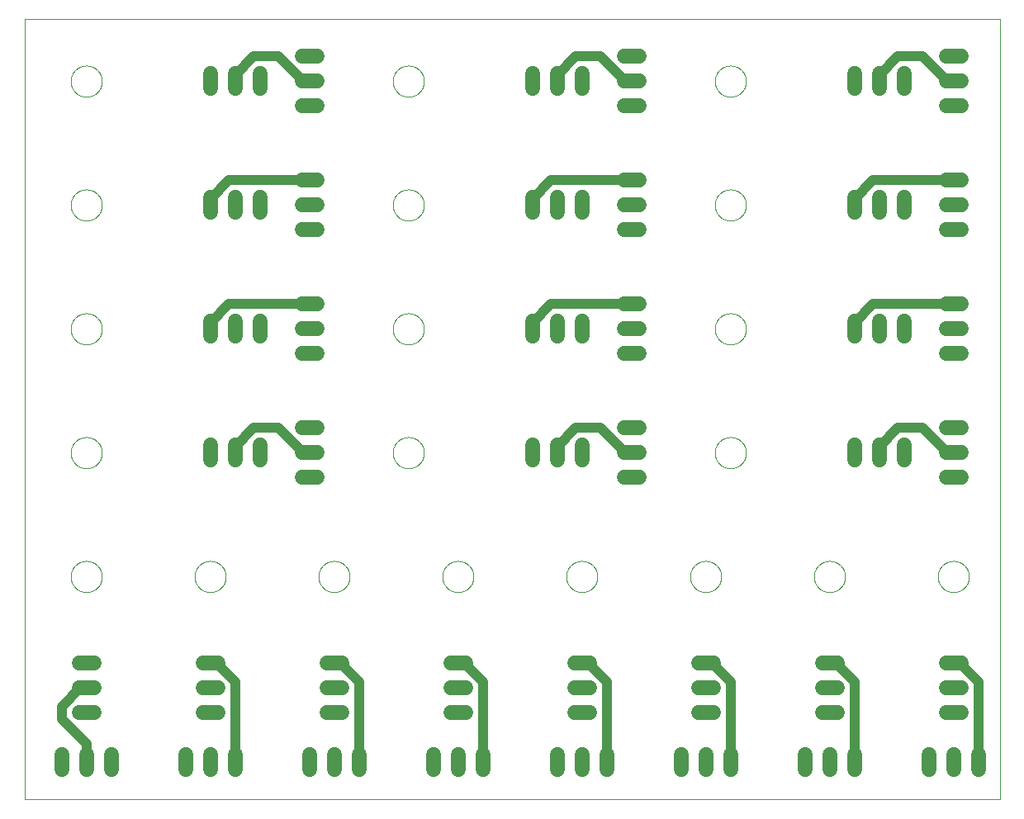
<source format=gbl>
G75*
%MOIN*%
%OFA0B0*%
%FSLAX25Y25*%
%IPPOS*%
%LPD*%
%AMOC8*
5,1,8,0,0,1.08239X$1,22.5*
%
%ADD10C,0.00000*%
%ADD11C,0.06000*%
%ADD12C,0.04000*%
D10*
X0002600Y0002600D02*
X0002600Y0317561D01*
X0396301Y0317561D01*
X0396301Y0002600D01*
X0002600Y0002600D01*
X0021301Y0092600D02*
X0021303Y0092758D01*
X0021309Y0092916D01*
X0021319Y0093074D01*
X0021333Y0093232D01*
X0021351Y0093389D01*
X0021372Y0093546D01*
X0021398Y0093702D01*
X0021428Y0093858D01*
X0021461Y0094013D01*
X0021499Y0094166D01*
X0021540Y0094319D01*
X0021585Y0094471D01*
X0021634Y0094622D01*
X0021687Y0094771D01*
X0021743Y0094919D01*
X0021803Y0095065D01*
X0021867Y0095210D01*
X0021935Y0095353D01*
X0022006Y0095495D01*
X0022080Y0095635D01*
X0022158Y0095772D01*
X0022240Y0095908D01*
X0022324Y0096042D01*
X0022413Y0096173D01*
X0022504Y0096302D01*
X0022599Y0096429D01*
X0022696Y0096554D01*
X0022797Y0096676D01*
X0022901Y0096795D01*
X0023008Y0096912D01*
X0023118Y0097026D01*
X0023231Y0097137D01*
X0023346Y0097246D01*
X0023464Y0097351D01*
X0023585Y0097453D01*
X0023708Y0097553D01*
X0023834Y0097649D01*
X0023962Y0097742D01*
X0024092Y0097832D01*
X0024225Y0097918D01*
X0024360Y0098002D01*
X0024496Y0098081D01*
X0024635Y0098158D01*
X0024776Y0098230D01*
X0024918Y0098300D01*
X0025062Y0098365D01*
X0025208Y0098427D01*
X0025355Y0098485D01*
X0025504Y0098540D01*
X0025654Y0098591D01*
X0025805Y0098638D01*
X0025957Y0098681D01*
X0026110Y0098720D01*
X0026265Y0098756D01*
X0026420Y0098787D01*
X0026576Y0098815D01*
X0026732Y0098839D01*
X0026889Y0098859D01*
X0027047Y0098875D01*
X0027204Y0098887D01*
X0027363Y0098895D01*
X0027521Y0098899D01*
X0027679Y0098899D01*
X0027837Y0098895D01*
X0027996Y0098887D01*
X0028153Y0098875D01*
X0028311Y0098859D01*
X0028468Y0098839D01*
X0028624Y0098815D01*
X0028780Y0098787D01*
X0028935Y0098756D01*
X0029090Y0098720D01*
X0029243Y0098681D01*
X0029395Y0098638D01*
X0029546Y0098591D01*
X0029696Y0098540D01*
X0029845Y0098485D01*
X0029992Y0098427D01*
X0030138Y0098365D01*
X0030282Y0098300D01*
X0030424Y0098230D01*
X0030565Y0098158D01*
X0030704Y0098081D01*
X0030840Y0098002D01*
X0030975Y0097918D01*
X0031108Y0097832D01*
X0031238Y0097742D01*
X0031366Y0097649D01*
X0031492Y0097553D01*
X0031615Y0097453D01*
X0031736Y0097351D01*
X0031854Y0097246D01*
X0031969Y0097137D01*
X0032082Y0097026D01*
X0032192Y0096912D01*
X0032299Y0096795D01*
X0032403Y0096676D01*
X0032504Y0096554D01*
X0032601Y0096429D01*
X0032696Y0096302D01*
X0032787Y0096173D01*
X0032876Y0096042D01*
X0032960Y0095908D01*
X0033042Y0095772D01*
X0033120Y0095635D01*
X0033194Y0095495D01*
X0033265Y0095353D01*
X0033333Y0095210D01*
X0033397Y0095065D01*
X0033457Y0094919D01*
X0033513Y0094771D01*
X0033566Y0094622D01*
X0033615Y0094471D01*
X0033660Y0094319D01*
X0033701Y0094166D01*
X0033739Y0094013D01*
X0033772Y0093858D01*
X0033802Y0093702D01*
X0033828Y0093546D01*
X0033849Y0093389D01*
X0033867Y0093232D01*
X0033881Y0093074D01*
X0033891Y0092916D01*
X0033897Y0092758D01*
X0033899Y0092600D01*
X0033897Y0092442D01*
X0033891Y0092284D01*
X0033881Y0092126D01*
X0033867Y0091968D01*
X0033849Y0091811D01*
X0033828Y0091654D01*
X0033802Y0091498D01*
X0033772Y0091342D01*
X0033739Y0091187D01*
X0033701Y0091034D01*
X0033660Y0090881D01*
X0033615Y0090729D01*
X0033566Y0090578D01*
X0033513Y0090429D01*
X0033457Y0090281D01*
X0033397Y0090135D01*
X0033333Y0089990D01*
X0033265Y0089847D01*
X0033194Y0089705D01*
X0033120Y0089565D01*
X0033042Y0089428D01*
X0032960Y0089292D01*
X0032876Y0089158D01*
X0032787Y0089027D01*
X0032696Y0088898D01*
X0032601Y0088771D01*
X0032504Y0088646D01*
X0032403Y0088524D01*
X0032299Y0088405D01*
X0032192Y0088288D01*
X0032082Y0088174D01*
X0031969Y0088063D01*
X0031854Y0087954D01*
X0031736Y0087849D01*
X0031615Y0087747D01*
X0031492Y0087647D01*
X0031366Y0087551D01*
X0031238Y0087458D01*
X0031108Y0087368D01*
X0030975Y0087282D01*
X0030840Y0087198D01*
X0030704Y0087119D01*
X0030565Y0087042D01*
X0030424Y0086970D01*
X0030282Y0086900D01*
X0030138Y0086835D01*
X0029992Y0086773D01*
X0029845Y0086715D01*
X0029696Y0086660D01*
X0029546Y0086609D01*
X0029395Y0086562D01*
X0029243Y0086519D01*
X0029090Y0086480D01*
X0028935Y0086444D01*
X0028780Y0086413D01*
X0028624Y0086385D01*
X0028468Y0086361D01*
X0028311Y0086341D01*
X0028153Y0086325D01*
X0027996Y0086313D01*
X0027837Y0086305D01*
X0027679Y0086301D01*
X0027521Y0086301D01*
X0027363Y0086305D01*
X0027204Y0086313D01*
X0027047Y0086325D01*
X0026889Y0086341D01*
X0026732Y0086361D01*
X0026576Y0086385D01*
X0026420Y0086413D01*
X0026265Y0086444D01*
X0026110Y0086480D01*
X0025957Y0086519D01*
X0025805Y0086562D01*
X0025654Y0086609D01*
X0025504Y0086660D01*
X0025355Y0086715D01*
X0025208Y0086773D01*
X0025062Y0086835D01*
X0024918Y0086900D01*
X0024776Y0086970D01*
X0024635Y0087042D01*
X0024496Y0087119D01*
X0024360Y0087198D01*
X0024225Y0087282D01*
X0024092Y0087368D01*
X0023962Y0087458D01*
X0023834Y0087551D01*
X0023708Y0087647D01*
X0023585Y0087747D01*
X0023464Y0087849D01*
X0023346Y0087954D01*
X0023231Y0088063D01*
X0023118Y0088174D01*
X0023008Y0088288D01*
X0022901Y0088405D01*
X0022797Y0088524D01*
X0022696Y0088646D01*
X0022599Y0088771D01*
X0022504Y0088898D01*
X0022413Y0089027D01*
X0022324Y0089158D01*
X0022240Y0089292D01*
X0022158Y0089428D01*
X0022080Y0089565D01*
X0022006Y0089705D01*
X0021935Y0089847D01*
X0021867Y0089990D01*
X0021803Y0090135D01*
X0021743Y0090281D01*
X0021687Y0090429D01*
X0021634Y0090578D01*
X0021585Y0090729D01*
X0021540Y0090881D01*
X0021499Y0091034D01*
X0021461Y0091187D01*
X0021428Y0091342D01*
X0021398Y0091498D01*
X0021372Y0091654D01*
X0021351Y0091811D01*
X0021333Y0091968D01*
X0021319Y0092126D01*
X0021309Y0092284D01*
X0021303Y0092442D01*
X0021301Y0092600D01*
X0071301Y0092600D02*
X0071303Y0092758D01*
X0071309Y0092916D01*
X0071319Y0093074D01*
X0071333Y0093232D01*
X0071351Y0093389D01*
X0071372Y0093546D01*
X0071398Y0093702D01*
X0071428Y0093858D01*
X0071461Y0094013D01*
X0071499Y0094166D01*
X0071540Y0094319D01*
X0071585Y0094471D01*
X0071634Y0094622D01*
X0071687Y0094771D01*
X0071743Y0094919D01*
X0071803Y0095065D01*
X0071867Y0095210D01*
X0071935Y0095353D01*
X0072006Y0095495D01*
X0072080Y0095635D01*
X0072158Y0095772D01*
X0072240Y0095908D01*
X0072324Y0096042D01*
X0072413Y0096173D01*
X0072504Y0096302D01*
X0072599Y0096429D01*
X0072696Y0096554D01*
X0072797Y0096676D01*
X0072901Y0096795D01*
X0073008Y0096912D01*
X0073118Y0097026D01*
X0073231Y0097137D01*
X0073346Y0097246D01*
X0073464Y0097351D01*
X0073585Y0097453D01*
X0073708Y0097553D01*
X0073834Y0097649D01*
X0073962Y0097742D01*
X0074092Y0097832D01*
X0074225Y0097918D01*
X0074360Y0098002D01*
X0074496Y0098081D01*
X0074635Y0098158D01*
X0074776Y0098230D01*
X0074918Y0098300D01*
X0075062Y0098365D01*
X0075208Y0098427D01*
X0075355Y0098485D01*
X0075504Y0098540D01*
X0075654Y0098591D01*
X0075805Y0098638D01*
X0075957Y0098681D01*
X0076110Y0098720D01*
X0076265Y0098756D01*
X0076420Y0098787D01*
X0076576Y0098815D01*
X0076732Y0098839D01*
X0076889Y0098859D01*
X0077047Y0098875D01*
X0077204Y0098887D01*
X0077363Y0098895D01*
X0077521Y0098899D01*
X0077679Y0098899D01*
X0077837Y0098895D01*
X0077996Y0098887D01*
X0078153Y0098875D01*
X0078311Y0098859D01*
X0078468Y0098839D01*
X0078624Y0098815D01*
X0078780Y0098787D01*
X0078935Y0098756D01*
X0079090Y0098720D01*
X0079243Y0098681D01*
X0079395Y0098638D01*
X0079546Y0098591D01*
X0079696Y0098540D01*
X0079845Y0098485D01*
X0079992Y0098427D01*
X0080138Y0098365D01*
X0080282Y0098300D01*
X0080424Y0098230D01*
X0080565Y0098158D01*
X0080704Y0098081D01*
X0080840Y0098002D01*
X0080975Y0097918D01*
X0081108Y0097832D01*
X0081238Y0097742D01*
X0081366Y0097649D01*
X0081492Y0097553D01*
X0081615Y0097453D01*
X0081736Y0097351D01*
X0081854Y0097246D01*
X0081969Y0097137D01*
X0082082Y0097026D01*
X0082192Y0096912D01*
X0082299Y0096795D01*
X0082403Y0096676D01*
X0082504Y0096554D01*
X0082601Y0096429D01*
X0082696Y0096302D01*
X0082787Y0096173D01*
X0082876Y0096042D01*
X0082960Y0095908D01*
X0083042Y0095772D01*
X0083120Y0095635D01*
X0083194Y0095495D01*
X0083265Y0095353D01*
X0083333Y0095210D01*
X0083397Y0095065D01*
X0083457Y0094919D01*
X0083513Y0094771D01*
X0083566Y0094622D01*
X0083615Y0094471D01*
X0083660Y0094319D01*
X0083701Y0094166D01*
X0083739Y0094013D01*
X0083772Y0093858D01*
X0083802Y0093702D01*
X0083828Y0093546D01*
X0083849Y0093389D01*
X0083867Y0093232D01*
X0083881Y0093074D01*
X0083891Y0092916D01*
X0083897Y0092758D01*
X0083899Y0092600D01*
X0083897Y0092442D01*
X0083891Y0092284D01*
X0083881Y0092126D01*
X0083867Y0091968D01*
X0083849Y0091811D01*
X0083828Y0091654D01*
X0083802Y0091498D01*
X0083772Y0091342D01*
X0083739Y0091187D01*
X0083701Y0091034D01*
X0083660Y0090881D01*
X0083615Y0090729D01*
X0083566Y0090578D01*
X0083513Y0090429D01*
X0083457Y0090281D01*
X0083397Y0090135D01*
X0083333Y0089990D01*
X0083265Y0089847D01*
X0083194Y0089705D01*
X0083120Y0089565D01*
X0083042Y0089428D01*
X0082960Y0089292D01*
X0082876Y0089158D01*
X0082787Y0089027D01*
X0082696Y0088898D01*
X0082601Y0088771D01*
X0082504Y0088646D01*
X0082403Y0088524D01*
X0082299Y0088405D01*
X0082192Y0088288D01*
X0082082Y0088174D01*
X0081969Y0088063D01*
X0081854Y0087954D01*
X0081736Y0087849D01*
X0081615Y0087747D01*
X0081492Y0087647D01*
X0081366Y0087551D01*
X0081238Y0087458D01*
X0081108Y0087368D01*
X0080975Y0087282D01*
X0080840Y0087198D01*
X0080704Y0087119D01*
X0080565Y0087042D01*
X0080424Y0086970D01*
X0080282Y0086900D01*
X0080138Y0086835D01*
X0079992Y0086773D01*
X0079845Y0086715D01*
X0079696Y0086660D01*
X0079546Y0086609D01*
X0079395Y0086562D01*
X0079243Y0086519D01*
X0079090Y0086480D01*
X0078935Y0086444D01*
X0078780Y0086413D01*
X0078624Y0086385D01*
X0078468Y0086361D01*
X0078311Y0086341D01*
X0078153Y0086325D01*
X0077996Y0086313D01*
X0077837Y0086305D01*
X0077679Y0086301D01*
X0077521Y0086301D01*
X0077363Y0086305D01*
X0077204Y0086313D01*
X0077047Y0086325D01*
X0076889Y0086341D01*
X0076732Y0086361D01*
X0076576Y0086385D01*
X0076420Y0086413D01*
X0076265Y0086444D01*
X0076110Y0086480D01*
X0075957Y0086519D01*
X0075805Y0086562D01*
X0075654Y0086609D01*
X0075504Y0086660D01*
X0075355Y0086715D01*
X0075208Y0086773D01*
X0075062Y0086835D01*
X0074918Y0086900D01*
X0074776Y0086970D01*
X0074635Y0087042D01*
X0074496Y0087119D01*
X0074360Y0087198D01*
X0074225Y0087282D01*
X0074092Y0087368D01*
X0073962Y0087458D01*
X0073834Y0087551D01*
X0073708Y0087647D01*
X0073585Y0087747D01*
X0073464Y0087849D01*
X0073346Y0087954D01*
X0073231Y0088063D01*
X0073118Y0088174D01*
X0073008Y0088288D01*
X0072901Y0088405D01*
X0072797Y0088524D01*
X0072696Y0088646D01*
X0072599Y0088771D01*
X0072504Y0088898D01*
X0072413Y0089027D01*
X0072324Y0089158D01*
X0072240Y0089292D01*
X0072158Y0089428D01*
X0072080Y0089565D01*
X0072006Y0089705D01*
X0071935Y0089847D01*
X0071867Y0089990D01*
X0071803Y0090135D01*
X0071743Y0090281D01*
X0071687Y0090429D01*
X0071634Y0090578D01*
X0071585Y0090729D01*
X0071540Y0090881D01*
X0071499Y0091034D01*
X0071461Y0091187D01*
X0071428Y0091342D01*
X0071398Y0091498D01*
X0071372Y0091654D01*
X0071351Y0091811D01*
X0071333Y0091968D01*
X0071319Y0092126D01*
X0071309Y0092284D01*
X0071303Y0092442D01*
X0071301Y0092600D01*
X0121301Y0092600D02*
X0121303Y0092758D01*
X0121309Y0092916D01*
X0121319Y0093074D01*
X0121333Y0093232D01*
X0121351Y0093389D01*
X0121372Y0093546D01*
X0121398Y0093702D01*
X0121428Y0093858D01*
X0121461Y0094013D01*
X0121499Y0094166D01*
X0121540Y0094319D01*
X0121585Y0094471D01*
X0121634Y0094622D01*
X0121687Y0094771D01*
X0121743Y0094919D01*
X0121803Y0095065D01*
X0121867Y0095210D01*
X0121935Y0095353D01*
X0122006Y0095495D01*
X0122080Y0095635D01*
X0122158Y0095772D01*
X0122240Y0095908D01*
X0122324Y0096042D01*
X0122413Y0096173D01*
X0122504Y0096302D01*
X0122599Y0096429D01*
X0122696Y0096554D01*
X0122797Y0096676D01*
X0122901Y0096795D01*
X0123008Y0096912D01*
X0123118Y0097026D01*
X0123231Y0097137D01*
X0123346Y0097246D01*
X0123464Y0097351D01*
X0123585Y0097453D01*
X0123708Y0097553D01*
X0123834Y0097649D01*
X0123962Y0097742D01*
X0124092Y0097832D01*
X0124225Y0097918D01*
X0124360Y0098002D01*
X0124496Y0098081D01*
X0124635Y0098158D01*
X0124776Y0098230D01*
X0124918Y0098300D01*
X0125062Y0098365D01*
X0125208Y0098427D01*
X0125355Y0098485D01*
X0125504Y0098540D01*
X0125654Y0098591D01*
X0125805Y0098638D01*
X0125957Y0098681D01*
X0126110Y0098720D01*
X0126265Y0098756D01*
X0126420Y0098787D01*
X0126576Y0098815D01*
X0126732Y0098839D01*
X0126889Y0098859D01*
X0127047Y0098875D01*
X0127204Y0098887D01*
X0127363Y0098895D01*
X0127521Y0098899D01*
X0127679Y0098899D01*
X0127837Y0098895D01*
X0127996Y0098887D01*
X0128153Y0098875D01*
X0128311Y0098859D01*
X0128468Y0098839D01*
X0128624Y0098815D01*
X0128780Y0098787D01*
X0128935Y0098756D01*
X0129090Y0098720D01*
X0129243Y0098681D01*
X0129395Y0098638D01*
X0129546Y0098591D01*
X0129696Y0098540D01*
X0129845Y0098485D01*
X0129992Y0098427D01*
X0130138Y0098365D01*
X0130282Y0098300D01*
X0130424Y0098230D01*
X0130565Y0098158D01*
X0130704Y0098081D01*
X0130840Y0098002D01*
X0130975Y0097918D01*
X0131108Y0097832D01*
X0131238Y0097742D01*
X0131366Y0097649D01*
X0131492Y0097553D01*
X0131615Y0097453D01*
X0131736Y0097351D01*
X0131854Y0097246D01*
X0131969Y0097137D01*
X0132082Y0097026D01*
X0132192Y0096912D01*
X0132299Y0096795D01*
X0132403Y0096676D01*
X0132504Y0096554D01*
X0132601Y0096429D01*
X0132696Y0096302D01*
X0132787Y0096173D01*
X0132876Y0096042D01*
X0132960Y0095908D01*
X0133042Y0095772D01*
X0133120Y0095635D01*
X0133194Y0095495D01*
X0133265Y0095353D01*
X0133333Y0095210D01*
X0133397Y0095065D01*
X0133457Y0094919D01*
X0133513Y0094771D01*
X0133566Y0094622D01*
X0133615Y0094471D01*
X0133660Y0094319D01*
X0133701Y0094166D01*
X0133739Y0094013D01*
X0133772Y0093858D01*
X0133802Y0093702D01*
X0133828Y0093546D01*
X0133849Y0093389D01*
X0133867Y0093232D01*
X0133881Y0093074D01*
X0133891Y0092916D01*
X0133897Y0092758D01*
X0133899Y0092600D01*
X0133897Y0092442D01*
X0133891Y0092284D01*
X0133881Y0092126D01*
X0133867Y0091968D01*
X0133849Y0091811D01*
X0133828Y0091654D01*
X0133802Y0091498D01*
X0133772Y0091342D01*
X0133739Y0091187D01*
X0133701Y0091034D01*
X0133660Y0090881D01*
X0133615Y0090729D01*
X0133566Y0090578D01*
X0133513Y0090429D01*
X0133457Y0090281D01*
X0133397Y0090135D01*
X0133333Y0089990D01*
X0133265Y0089847D01*
X0133194Y0089705D01*
X0133120Y0089565D01*
X0133042Y0089428D01*
X0132960Y0089292D01*
X0132876Y0089158D01*
X0132787Y0089027D01*
X0132696Y0088898D01*
X0132601Y0088771D01*
X0132504Y0088646D01*
X0132403Y0088524D01*
X0132299Y0088405D01*
X0132192Y0088288D01*
X0132082Y0088174D01*
X0131969Y0088063D01*
X0131854Y0087954D01*
X0131736Y0087849D01*
X0131615Y0087747D01*
X0131492Y0087647D01*
X0131366Y0087551D01*
X0131238Y0087458D01*
X0131108Y0087368D01*
X0130975Y0087282D01*
X0130840Y0087198D01*
X0130704Y0087119D01*
X0130565Y0087042D01*
X0130424Y0086970D01*
X0130282Y0086900D01*
X0130138Y0086835D01*
X0129992Y0086773D01*
X0129845Y0086715D01*
X0129696Y0086660D01*
X0129546Y0086609D01*
X0129395Y0086562D01*
X0129243Y0086519D01*
X0129090Y0086480D01*
X0128935Y0086444D01*
X0128780Y0086413D01*
X0128624Y0086385D01*
X0128468Y0086361D01*
X0128311Y0086341D01*
X0128153Y0086325D01*
X0127996Y0086313D01*
X0127837Y0086305D01*
X0127679Y0086301D01*
X0127521Y0086301D01*
X0127363Y0086305D01*
X0127204Y0086313D01*
X0127047Y0086325D01*
X0126889Y0086341D01*
X0126732Y0086361D01*
X0126576Y0086385D01*
X0126420Y0086413D01*
X0126265Y0086444D01*
X0126110Y0086480D01*
X0125957Y0086519D01*
X0125805Y0086562D01*
X0125654Y0086609D01*
X0125504Y0086660D01*
X0125355Y0086715D01*
X0125208Y0086773D01*
X0125062Y0086835D01*
X0124918Y0086900D01*
X0124776Y0086970D01*
X0124635Y0087042D01*
X0124496Y0087119D01*
X0124360Y0087198D01*
X0124225Y0087282D01*
X0124092Y0087368D01*
X0123962Y0087458D01*
X0123834Y0087551D01*
X0123708Y0087647D01*
X0123585Y0087747D01*
X0123464Y0087849D01*
X0123346Y0087954D01*
X0123231Y0088063D01*
X0123118Y0088174D01*
X0123008Y0088288D01*
X0122901Y0088405D01*
X0122797Y0088524D01*
X0122696Y0088646D01*
X0122599Y0088771D01*
X0122504Y0088898D01*
X0122413Y0089027D01*
X0122324Y0089158D01*
X0122240Y0089292D01*
X0122158Y0089428D01*
X0122080Y0089565D01*
X0122006Y0089705D01*
X0121935Y0089847D01*
X0121867Y0089990D01*
X0121803Y0090135D01*
X0121743Y0090281D01*
X0121687Y0090429D01*
X0121634Y0090578D01*
X0121585Y0090729D01*
X0121540Y0090881D01*
X0121499Y0091034D01*
X0121461Y0091187D01*
X0121428Y0091342D01*
X0121398Y0091498D01*
X0121372Y0091654D01*
X0121351Y0091811D01*
X0121333Y0091968D01*
X0121319Y0092126D01*
X0121309Y0092284D01*
X0121303Y0092442D01*
X0121301Y0092600D01*
X0171301Y0092600D02*
X0171303Y0092758D01*
X0171309Y0092916D01*
X0171319Y0093074D01*
X0171333Y0093232D01*
X0171351Y0093389D01*
X0171372Y0093546D01*
X0171398Y0093702D01*
X0171428Y0093858D01*
X0171461Y0094013D01*
X0171499Y0094166D01*
X0171540Y0094319D01*
X0171585Y0094471D01*
X0171634Y0094622D01*
X0171687Y0094771D01*
X0171743Y0094919D01*
X0171803Y0095065D01*
X0171867Y0095210D01*
X0171935Y0095353D01*
X0172006Y0095495D01*
X0172080Y0095635D01*
X0172158Y0095772D01*
X0172240Y0095908D01*
X0172324Y0096042D01*
X0172413Y0096173D01*
X0172504Y0096302D01*
X0172599Y0096429D01*
X0172696Y0096554D01*
X0172797Y0096676D01*
X0172901Y0096795D01*
X0173008Y0096912D01*
X0173118Y0097026D01*
X0173231Y0097137D01*
X0173346Y0097246D01*
X0173464Y0097351D01*
X0173585Y0097453D01*
X0173708Y0097553D01*
X0173834Y0097649D01*
X0173962Y0097742D01*
X0174092Y0097832D01*
X0174225Y0097918D01*
X0174360Y0098002D01*
X0174496Y0098081D01*
X0174635Y0098158D01*
X0174776Y0098230D01*
X0174918Y0098300D01*
X0175062Y0098365D01*
X0175208Y0098427D01*
X0175355Y0098485D01*
X0175504Y0098540D01*
X0175654Y0098591D01*
X0175805Y0098638D01*
X0175957Y0098681D01*
X0176110Y0098720D01*
X0176265Y0098756D01*
X0176420Y0098787D01*
X0176576Y0098815D01*
X0176732Y0098839D01*
X0176889Y0098859D01*
X0177047Y0098875D01*
X0177204Y0098887D01*
X0177363Y0098895D01*
X0177521Y0098899D01*
X0177679Y0098899D01*
X0177837Y0098895D01*
X0177996Y0098887D01*
X0178153Y0098875D01*
X0178311Y0098859D01*
X0178468Y0098839D01*
X0178624Y0098815D01*
X0178780Y0098787D01*
X0178935Y0098756D01*
X0179090Y0098720D01*
X0179243Y0098681D01*
X0179395Y0098638D01*
X0179546Y0098591D01*
X0179696Y0098540D01*
X0179845Y0098485D01*
X0179992Y0098427D01*
X0180138Y0098365D01*
X0180282Y0098300D01*
X0180424Y0098230D01*
X0180565Y0098158D01*
X0180704Y0098081D01*
X0180840Y0098002D01*
X0180975Y0097918D01*
X0181108Y0097832D01*
X0181238Y0097742D01*
X0181366Y0097649D01*
X0181492Y0097553D01*
X0181615Y0097453D01*
X0181736Y0097351D01*
X0181854Y0097246D01*
X0181969Y0097137D01*
X0182082Y0097026D01*
X0182192Y0096912D01*
X0182299Y0096795D01*
X0182403Y0096676D01*
X0182504Y0096554D01*
X0182601Y0096429D01*
X0182696Y0096302D01*
X0182787Y0096173D01*
X0182876Y0096042D01*
X0182960Y0095908D01*
X0183042Y0095772D01*
X0183120Y0095635D01*
X0183194Y0095495D01*
X0183265Y0095353D01*
X0183333Y0095210D01*
X0183397Y0095065D01*
X0183457Y0094919D01*
X0183513Y0094771D01*
X0183566Y0094622D01*
X0183615Y0094471D01*
X0183660Y0094319D01*
X0183701Y0094166D01*
X0183739Y0094013D01*
X0183772Y0093858D01*
X0183802Y0093702D01*
X0183828Y0093546D01*
X0183849Y0093389D01*
X0183867Y0093232D01*
X0183881Y0093074D01*
X0183891Y0092916D01*
X0183897Y0092758D01*
X0183899Y0092600D01*
X0183897Y0092442D01*
X0183891Y0092284D01*
X0183881Y0092126D01*
X0183867Y0091968D01*
X0183849Y0091811D01*
X0183828Y0091654D01*
X0183802Y0091498D01*
X0183772Y0091342D01*
X0183739Y0091187D01*
X0183701Y0091034D01*
X0183660Y0090881D01*
X0183615Y0090729D01*
X0183566Y0090578D01*
X0183513Y0090429D01*
X0183457Y0090281D01*
X0183397Y0090135D01*
X0183333Y0089990D01*
X0183265Y0089847D01*
X0183194Y0089705D01*
X0183120Y0089565D01*
X0183042Y0089428D01*
X0182960Y0089292D01*
X0182876Y0089158D01*
X0182787Y0089027D01*
X0182696Y0088898D01*
X0182601Y0088771D01*
X0182504Y0088646D01*
X0182403Y0088524D01*
X0182299Y0088405D01*
X0182192Y0088288D01*
X0182082Y0088174D01*
X0181969Y0088063D01*
X0181854Y0087954D01*
X0181736Y0087849D01*
X0181615Y0087747D01*
X0181492Y0087647D01*
X0181366Y0087551D01*
X0181238Y0087458D01*
X0181108Y0087368D01*
X0180975Y0087282D01*
X0180840Y0087198D01*
X0180704Y0087119D01*
X0180565Y0087042D01*
X0180424Y0086970D01*
X0180282Y0086900D01*
X0180138Y0086835D01*
X0179992Y0086773D01*
X0179845Y0086715D01*
X0179696Y0086660D01*
X0179546Y0086609D01*
X0179395Y0086562D01*
X0179243Y0086519D01*
X0179090Y0086480D01*
X0178935Y0086444D01*
X0178780Y0086413D01*
X0178624Y0086385D01*
X0178468Y0086361D01*
X0178311Y0086341D01*
X0178153Y0086325D01*
X0177996Y0086313D01*
X0177837Y0086305D01*
X0177679Y0086301D01*
X0177521Y0086301D01*
X0177363Y0086305D01*
X0177204Y0086313D01*
X0177047Y0086325D01*
X0176889Y0086341D01*
X0176732Y0086361D01*
X0176576Y0086385D01*
X0176420Y0086413D01*
X0176265Y0086444D01*
X0176110Y0086480D01*
X0175957Y0086519D01*
X0175805Y0086562D01*
X0175654Y0086609D01*
X0175504Y0086660D01*
X0175355Y0086715D01*
X0175208Y0086773D01*
X0175062Y0086835D01*
X0174918Y0086900D01*
X0174776Y0086970D01*
X0174635Y0087042D01*
X0174496Y0087119D01*
X0174360Y0087198D01*
X0174225Y0087282D01*
X0174092Y0087368D01*
X0173962Y0087458D01*
X0173834Y0087551D01*
X0173708Y0087647D01*
X0173585Y0087747D01*
X0173464Y0087849D01*
X0173346Y0087954D01*
X0173231Y0088063D01*
X0173118Y0088174D01*
X0173008Y0088288D01*
X0172901Y0088405D01*
X0172797Y0088524D01*
X0172696Y0088646D01*
X0172599Y0088771D01*
X0172504Y0088898D01*
X0172413Y0089027D01*
X0172324Y0089158D01*
X0172240Y0089292D01*
X0172158Y0089428D01*
X0172080Y0089565D01*
X0172006Y0089705D01*
X0171935Y0089847D01*
X0171867Y0089990D01*
X0171803Y0090135D01*
X0171743Y0090281D01*
X0171687Y0090429D01*
X0171634Y0090578D01*
X0171585Y0090729D01*
X0171540Y0090881D01*
X0171499Y0091034D01*
X0171461Y0091187D01*
X0171428Y0091342D01*
X0171398Y0091498D01*
X0171372Y0091654D01*
X0171351Y0091811D01*
X0171333Y0091968D01*
X0171319Y0092126D01*
X0171309Y0092284D01*
X0171303Y0092442D01*
X0171301Y0092600D01*
X0221301Y0092600D02*
X0221303Y0092758D01*
X0221309Y0092916D01*
X0221319Y0093074D01*
X0221333Y0093232D01*
X0221351Y0093389D01*
X0221372Y0093546D01*
X0221398Y0093702D01*
X0221428Y0093858D01*
X0221461Y0094013D01*
X0221499Y0094166D01*
X0221540Y0094319D01*
X0221585Y0094471D01*
X0221634Y0094622D01*
X0221687Y0094771D01*
X0221743Y0094919D01*
X0221803Y0095065D01*
X0221867Y0095210D01*
X0221935Y0095353D01*
X0222006Y0095495D01*
X0222080Y0095635D01*
X0222158Y0095772D01*
X0222240Y0095908D01*
X0222324Y0096042D01*
X0222413Y0096173D01*
X0222504Y0096302D01*
X0222599Y0096429D01*
X0222696Y0096554D01*
X0222797Y0096676D01*
X0222901Y0096795D01*
X0223008Y0096912D01*
X0223118Y0097026D01*
X0223231Y0097137D01*
X0223346Y0097246D01*
X0223464Y0097351D01*
X0223585Y0097453D01*
X0223708Y0097553D01*
X0223834Y0097649D01*
X0223962Y0097742D01*
X0224092Y0097832D01*
X0224225Y0097918D01*
X0224360Y0098002D01*
X0224496Y0098081D01*
X0224635Y0098158D01*
X0224776Y0098230D01*
X0224918Y0098300D01*
X0225062Y0098365D01*
X0225208Y0098427D01*
X0225355Y0098485D01*
X0225504Y0098540D01*
X0225654Y0098591D01*
X0225805Y0098638D01*
X0225957Y0098681D01*
X0226110Y0098720D01*
X0226265Y0098756D01*
X0226420Y0098787D01*
X0226576Y0098815D01*
X0226732Y0098839D01*
X0226889Y0098859D01*
X0227047Y0098875D01*
X0227204Y0098887D01*
X0227363Y0098895D01*
X0227521Y0098899D01*
X0227679Y0098899D01*
X0227837Y0098895D01*
X0227996Y0098887D01*
X0228153Y0098875D01*
X0228311Y0098859D01*
X0228468Y0098839D01*
X0228624Y0098815D01*
X0228780Y0098787D01*
X0228935Y0098756D01*
X0229090Y0098720D01*
X0229243Y0098681D01*
X0229395Y0098638D01*
X0229546Y0098591D01*
X0229696Y0098540D01*
X0229845Y0098485D01*
X0229992Y0098427D01*
X0230138Y0098365D01*
X0230282Y0098300D01*
X0230424Y0098230D01*
X0230565Y0098158D01*
X0230704Y0098081D01*
X0230840Y0098002D01*
X0230975Y0097918D01*
X0231108Y0097832D01*
X0231238Y0097742D01*
X0231366Y0097649D01*
X0231492Y0097553D01*
X0231615Y0097453D01*
X0231736Y0097351D01*
X0231854Y0097246D01*
X0231969Y0097137D01*
X0232082Y0097026D01*
X0232192Y0096912D01*
X0232299Y0096795D01*
X0232403Y0096676D01*
X0232504Y0096554D01*
X0232601Y0096429D01*
X0232696Y0096302D01*
X0232787Y0096173D01*
X0232876Y0096042D01*
X0232960Y0095908D01*
X0233042Y0095772D01*
X0233120Y0095635D01*
X0233194Y0095495D01*
X0233265Y0095353D01*
X0233333Y0095210D01*
X0233397Y0095065D01*
X0233457Y0094919D01*
X0233513Y0094771D01*
X0233566Y0094622D01*
X0233615Y0094471D01*
X0233660Y0094319D01*
X0233701Y0094166D01*
X0233739Y0094013D01*
X0233772Y0093858D01*
X0233802Y0093702D01*
X0233828Y0093546D01*
X0233849Y0093389D01*
X0233867Y0093232D01*
X0233881Y0093074D01*
X0233891Y0092916D01*
X0233897Y0092758D01*
X0233899Y0092600D01*
X0233897Y0092442D01*
X0233891Y0092284D01*
X0233881Y0092126D01*
X0233867Y0091968D01*
X0233849Y0091811D01*
X0233828Y0091654D01*
X0233802Y0091498D01*
X0233772Y0091342D01*
X0233739Y0091187D01*
X0233701Y0091034D01*
X0233660Y0090881D01*
X0233615Y0090729D01*
X0233566Y0090578D01*
X0233513Y0090429D01*
X0233457Y0090281D01*
X0233397Y0090135D01*
X0233333Y0089990D01*
X0233265Y0089847D01*
X0233194Y0089705D01*
X0233120Y0089565D01*
X0233042Y0089428D01*
X0232960Y0089292D01*
X0232876Y0089158D01*
X0232787Y0089027D01*
X0232696Y0088898D01*
X0232601Y0088771D01*
X0232504Y0088646D01*
X0232403Y0088524D01*
X0232299Y0088405D01*
X0232192Y0088288D01*
X0232082Y0088174D01*
X0231969Y0088063D01*
X0231854Y0087954D01*
X0231736Y0087849D01*
X0231615Y0087747D01*
X0231492Y0087647D01*
X0231366Y0087551D01*
X0231238Y0087458D01*
X0231108Y0087368D01*
X0230975Y0087282D01*
X0230840Y0087198D01*
X0230704Y0087119D01*
X0230565Y0087042D01*
X0230424Y0086970D01*
X0230282Y0086900D01*
X0230138Y0086835D01*
X0229992Y0086773D01*
X0229845Y0086715D01*
X0229696Y0086660D01*
X0229546Y0086609D01*
X0229395Y0086562D01*
X0229243Y0086519D01*
X0229090Y0086480D01*
X0228935Y0086444D01*
X0228780Y0086413D01*
X0228624Y0086385D01*
X0228468Y0086361D01*
X0228311Y0086341D01*
X0228153Y0086325D01*
X0227996Y0086313D01*
X0227837Y0086305D01*
X0227679Y0086301D01*
X0227521Y0086301D01*
X0227363Y0086305D01*
X0227204Y0086313D01*
X0227047Y0086325D01*
X0226889Y0086341D01*
X0226732Y0086361D01*
X0226576Y0086385D01*
X0226420Y0086413D01*
X0226265Y0086444D01*
X0226110Y0086480D01*
X0225957Y0086519D01*
X0225805Y0086562D01*
X0225654Y0086609D01*
X0225504Y0086660D01*
X0225355Y0086715D01*
X0225208Y0086773D01*
X0225062Y0086835D01*
X0224918Y0086900D01*
X0224776Y0086970D01*
X0224635Y0087042D01*
X0224496Y0087119D01*
X0224360Y0087198D01*
X0224225Y0087282D01*
X0224092Y0087368D01*
X0223962Y0087458D01*
X0223834Y0087551D01*
X0223708Y0087647D01*
X0223585Y0087747D01*
X0223464Y0087849D01*
X0223346Y0087954D01*
X0223231Y0088063D01*
X0223118Y0088174D01*
X0223008Y0088288D01*
X0222901Y0088405D01*
X0222797Y0088524D01*
X0222696Y0088646D01*
X0222599Y0088771D01*
X0222504Y0088898D01*
X0222413Y0089027D01*
X0222324Y0089158D01*
X0222240Y0089292D01*
X0222158Y0089428D01*
X0222080Y0089565D01*
X0222006Y0089705D01*
X0221935Y0089847D01*
X0221867Y0089990D01*
X0221803Y0090135D01*
X0221743Y0090281D01*
X0221687Y0090429D01*
X0221634Y0090578D01*
X0221585Y0090729D01*
X0221540Y0090881D01*
X0221499Y0091034D01*
X0221461Y0091187D01*
X0221428Y0091342D01*
X0221398Y0091498D01*
X0221372Y0091654D01*
X0221351Y0091811D01*
X0221333Y0091968D01*
X0221319Y0092126D01*
X0221309Y0092284D01*
X0221303Y0092442D01*
X0221301Y0092600D01*
X0271301Y0092600D02*
X0271303Y0092758D01*
X0271309Y0092916D01*
X0271319Y0093074D01*
X0271333Y0093232D01*
X0271351Y0093389D01*
X0271372Y0093546D01*
X0271398Y0093702D01*
X0271428Y0093858D01*
X0271461Y0094013D01*
X0271499Y0094166D01*
X0271540Y0094319D01*
X0271585Y0094471D01*
X0271634Y0094622D01*
X0271687Y0094771D01*
X0271743Y0094919D01*
X0271803Y0095065D01*
X0271867Y0095210D01*
X0271935Y0095353D01*
X0272006Y0095495D01*
X0272080Y0095635D01*
X0272158Y0095772D01*
X0272240Y0095908D01*
X0272324Y0096042D01*
X0272413Y0096173D01*
X0272504Y0096302D01*
X0272599Y0096429D01*
X0272696Y0096554D01*
X0272797Y0096676D01*
X0272901Y0096795D01*
X0273008Y0096912D01*
X0273118Y0097026D01*
X0273231Y0097137D01*
X0273346Y0097246D01*
X0273464Y0097351D01*
X0273585Y0097453D01*
X0273708Y0097553D01*
X0273834Y0097649D01*
X0273962Y0097742D01*
X0274092Y0097832D01*
X0274225Y0097918D01*
X0274360Y0098002D01*
X0274496Y0098081D01*
X0274635Y0098158D01*
X0274776Y0098230D01*
X0274918Y0098300D01*
X0275062Y0098365D01*
X0275208Y0098427D01*
X0275355Y0098485D01*
X0275504Y0098540D01*
X0275654Y0098591D01*
X0275805Y0098638D01*
X0275957Y0098681D01*
X0276110Y0098720D01*
X0276265Y0098756D01*
X0276420Y0098787D01*
X0276576Y0098815D01*
X0276732Y0098839D01*
X0276889Y0098859D01*
X0277047Y0098875D01*
X0277204Y0098887D01*
X0277363Y0098895D01*
X0277521Y0098899D01*
X0277679Y0098899D01*
X0277837Y0098895D01*
X0277996Y0098887D01*
X0278153Y0098875D01*
X0278311Y0098859D01*
X0278468Y0098839D01*
X0278624Y0098815D01*
X0278780Y0098787D01*
X0278935Y0098756D01*
X0279090Y0098720D01*
X0279243Y0098681D01*
X0279395Y0098638D01*
X0279546Y0098591D01*
X0279696Y0098540D01*
X0279845Y0098485D01*
X0279992Y0098427D01*
X0280138Y0098365D01*
X0280282Y0098300D01*
X0280424Y0098230D01*
X0280565Y0098158D01*
X0280704Y0098081D01*
X0280840Y0098002D01*
X0280975Y0097918D01*
X0281108Y0097832D01*
X0281238Y0097742D01*
X0281366Y0097649D01*
X0281492Y0097553D01*
X0281615Y0097453D01*
X0281736Y0097351D01*
X0281854Y0097246D01*
X0281969Y0097137D01*
X0282082Y0097026D01*
X0282192Y0096912D01*
X0282299Y0096795D01*
X0282403Y0096676D01*
X0282504Y0096554D01*
X0282601Y0096429D01*
X0282696Y0096302D01*
X0282787Y0096173D01*
X0282876Y0096042D01*
X0282960Y0095908D01*
X0283042Y0095772D01*
X0283120Y0095635D01*
X0283194Y0095495D01*
X0283265Y0095353D01*
X0283333Y0095210D01*
X0283397Y0095065D01*
X0283457Y0094919D01*
X0283513Y0094771D01*
X0283566Y0094622D01*
X0283615Y0094471D01*
X0283660Y0094319D01*
X0283701Y0094166D01*
X0283739Y0094013D01*
X0283772Y0093858D01*
X0283802Y0093702D01*
X0283828Y0093546D01*
X0283849Y0093389D01*
X0283867Y0093232D01*
X0283881Y0093074D01*
X0283891Y0092916D01*
X0283897Y0092758D01*
X0283899Y0092600D01*
X0283897Y0092442D01*
X0283891Y0092284D01*
X0283881Y0092126D01*
X0283867Y0091968D01*
X0283849Y0091811D01*
X0283828Y0091654D01*
X0283802Y0091498D01*
X0283772Y0091342D01*
X0283739Y0091187D01*
X0283701Y0091034D01*
X0283660Y0090881D01*
X0283615Y0090729D01*
X0283566Y0090578D01*
X0283513Y0090429D01*
X0283457Y0090281D01*
X0283397Y0090135D01*
X0283333Y0089990D01*
X0283265Y0089847D01*
X0283194Y0089705D01*
X0283120Y0089565D01*
X0283042Y0089428D01*
X0282960Y0089292D01*
X0282876Y0089158D01*
X0282787Y0089027D01*
X0282696Y0088898D01*
X0282601Y0088771D01*
X0282504Y0088646D01*
X0282403Y0088524D01*
X0282299Y0088405D01*
X0282192Y0088288D01*
X0282082Y0088174D01*
X0281969Y0088063D01*
X0281854Y0087954D01*
X0281736Y0087849D01*
X0281615Y0087747D01*
X0281492Y0087647D01*
X0281366Y0087551D01*
X0281238Y0087458D01*
X0281108Y0087368D01*
X0280975Y0087282D01*
X0280840Y0087198D01*
X0280704Y0087119D01*
X0280565Y0087042D01*
X0280424Y0086970D01*
X0280282Y0086900D01*
X0280138Y0086835D01*
X0279992Y0086773D01*
X0279845Y0086715D01*
X0279696Y0086660D01*
X0279546Y0086609D01*
X0279395Y0086562D01*
X0279243Y0086519D01*
X0279090Y0086480D01*
X0278935Y0086444D01*
X0278780Y0086413D01*
X0278624Y0086385D01*
X0278468Y0086361D01*
X0278311Y0086341D01*
X0278153Y0086325D01*
X0277996Y0086313D01*
X0277837Y0086305D01*
X0277679Y0086301D01*
X0277521Y0086301D01*
X0277363Y0086305D01*
X0277204Y0086313D01*
X0277047Y0086325D01*
X0276889Y0086341D01*
X0276732Y0086361D01*
X0276576Y0086385D01*
X0276420Y0086413D01*
X0276265Y0086444D01*
X0276110Y0086480D01*
X0275957Y0086519D01*
X0275805Y0086562D01*
X0275654Y0086609D01*
X0275504Y0086660D01*
X0275355Y0086715D01*
X0275208Y0086773D01*
X0275062Y0086835D01*
X0274918Y0086900D01*
X0274776Y0086970D01*
X0274635Y0087042D01*
X0274496Y0087119D01*
X0274360Y0087198D01*
X0274225Y0087282D01*
X0274092Y0087368D01*
X0273962Y0087458D01*
X0273834Y0087551D01*
X0273708Y0087647D01*
X0273585Y0087747D01*
X0273464Y0087849D01*
X0273346Y0087954D01*
X0273231Y0088063D01*
X0273118Y0088174D01*
X0273008Y0088288D01*
X0272901Y0088405D01*
X0272797Y0088524D01*
X0272696Y0088646D01*
X0272599Y0088771D01*
X0272504Y0088898D01*
X0272413Y0089027D01*
X0272324Y0089158D01*
X0272240Y0089292D01*
X0272158Y0089428D01*
X0272080Y0089565D01*
X0272006Y0089705D01*
X0271935Y0089847D01*
X0271867Y0089990D01*
X0271803Y0090135D01*
X0271743Y0090281D01*
X0271687Y0090429D01*
X0271634Y0090578D01*
X0271585Y0090729D01*
X0271540Y0090881D01*
X0271499Y0091034D01*
X0271461Y0091187D01*
X0271428Y0091342D01*
X0271398Y0091498D01*
X0271372Y0091654D01*
X0271351Y0091811D01*
X0271333Y0091968D01*
X0271319Y0092126D01*
X0271309Y0092284D01*
X0271303Y0092442D01*
X0271301Y0092600D01*
X0321301Y0092600D02*
X0321303Y0092758D01*
X0321309Y0092916D01*
X0321319Y0093074D01*
X0321333Y0093232D01*
X0321351Y0093389D01*
X0321372Y0093546D01*
X0321398Y0093702D01*
X0321428Y0093858D01*
X0321461Y0094013D01*
X0321499Y0094166D01*
X0321540Y0094319D01*
X0321585Y0094471D01*
X0321634Y0094622D01*
X0321687Y0094771D01*
X0321743Y0094919D01*
X0321803Y0095065D01*
X0321867Y0095210D01*
X0321935Y0095353D01*
X0322006Y0095495D01*
X0322080Y0095635D01*
X0322158Y0095772D01*
X0322240Y0095908D01*
X0322324Y0096042D01*
X0322413Y0096173D01*
X0322504Y0096302D01*
X0322599Y0096429D01*
X0322696Y0096554D01*
X0322797Y0096676D01*
X0322901Y0096795D01*
X0323008Y0096912D01*
X0323118Y0097026D01*
X0323231Y0097137D01*
X0323346Y0097246D01*
X0323464Y0097351D01*
X0323585Y0097453D01*
X0323708Y0097553D01*
X0323834Y0097649D01*
X0323962Y0097742D01*
X0324092Y0097832D01*
X0324225Y0097918D01*
X0324360Y0098002D01*
X0324496Y0098081D01*
X0324635Y0098158D01*
X0324776Y0098230D01*
X0324918Y0098300D01*
X0325062Y0098365D01*
X0325208Y0098427D01*
X0325355Y0098485D01*
X0325504Y0098540D01*
X0325654Y0098591D01*
X0325805Y0098638D01*
X0325957Y0098681D01*
X0326110Y0098720D01*
X0326265Y0098756D01*
X0326420Y0098787D01*
X0326576Y0098815D01*
X0326732Y0098839D01*
X0326889Y0098859D01*
X0327047Y0098875D01*
X0327204Y0098887D01*
X0327363Y0098895D01*
X0327521Y0098899D01*
X0327679Y0098899D01*
X0327837Y0098895D01*
X0327996Y0098887D01*
X0328153Y0098875D01*
X0328311Y0098859D01*
X0328468Y0098839D01*
X0328624Y0098815D01*
X0328780Y0098787D01*
X0328935Y0098756D01*
X0329090Y0098720D01*
X0329243Y0098681D01*
X0329395Y0098638D01*
X0329546Y0098591D01*
X0329696Y0098540D01*
X0329845Y0098485D01*
X0329992Y0098427D01*
X0330138Y0098365D01*
X0330282Y0098300D01*
X0330424Y0098230D01*
X0330565Y0098158D01*
X0330704Y0098081D01*
X0330840Y0098002D01*
X0330975Y0097918D01*
X0331108Y0097832D01*
X0331238Y0097742D01*
X0331366Y0097649D01*
X0331492Y0097553D01*
X0331615Y0097453D01*
X0331736Y0097351D01*
X0331854Y0097246D01*
X0331969Y0097137D01*
X0332082Y0097026D01*
X0332192Y0096912D01*
X0332299Y0096795D01*
X0332403Y0096676D01*
X0332504Y0096554D01*
X0332601Y0096429D01*
X0332696Y0096302D01*
X0332787Y0096173D01*
X0332876Y0096042D01*
X0332960Y0095908D01*
X0333042Y0095772D01*
X0333120Y0095635D01*
X0333194Y0095495D01*
X0333265Y0095353D01*
X0333333Y0095210D01*
X0333397Y0095065D01*
X0333457Y0094919D01*
X0333513Y0094771D01*
X0333566Y0094622D01*
X0333615Y0094471D01*
X0333660Y0094319D01*
X0333701Y0094166D01*
X0333739Y0094013D01*
X0333772Y0093858D01*
X0333802Y0093702D01*
X0333828Y0093546D01*
X0333849Y0093389D01*
X0333867Y0093232D01*
X0333881Y0093074D01*
X0333891Y0092916D01*
X0333897Y0092758D01*
X0333899Y0092600D01*
X0333897Y0092442D01*
X0333891Y0092284D01*
X0333881Y0092126D01*
X0333867Y0091968D01*
X0333849Y0091811D01*
X0333828Y0091654D01*
X0333802Y0091498D01*
X0333772Y0091342D01*
X0333739Y0091187D01*
X0333701Y0091034D01*
X0333660Y0090881D01*
X0333615Y0090729D01*
X0333566Y0090578D01*
X0333513Y0090429D01*
X0333457Y0090281D01*
X0333397Y0090135D01*
X0333333Y0089990D01*
X0333265Y0089847D01*
X0333194Y0089705D01*
X0333120Y0089565D01*
X0333042Y0089428D01*
X0332960Y0089292D01*
X0332876Y0089158D01*
X0332787Y0089027D01*
X0332696Y0088898D01*
X0332601Y0088771D01*
X0332504Y0088646D01*
X0332403Y0088524D01*
X0332299Y0088405D01*
X0332192Y0088288D01*
X0332082Y0088174D01*
X0331969Y0088063D01*
X0331854Y0087954D01*
X0331736Y0087849D01*
X0331615Y0087747D01*
X0331492Y0087647D01*
X0331366Y0087551D01*
X0331238Y0087458D01*
X0331108Y0087368D01*
X0330975Y0087282D01*
X0330840Y0087198D01*
X0330704Y0087119D01*
X0330565Y0087042D01*
X0330424Y0086970D01*
X0330282Y0086900D01*
X0330138Y0086835D01*
X0329992Y0086773D01*
X0329845Y0086715D01*
X0329696Y0086660D01*
X0329546Y0086609D01*
X0329395Y0086562D01*
X0329243Y0086519D01*
X0329090Y0086480D01*
X0328935Y0086444D01*
X0328780Y0086413D01*
X0328624Y0086385D01*
X0328468Y0086361D01*
X0328311Y0086341D01*
X0328153Y0086325D01*
X0327996Y0086313D01*
X0327837Y0086305D01*
X0327679Y0086301D01*
X0327521Y0086301D01*
X0327363Y0086305D01*
X0327204Y0086313D01*
X0327047Y0086325D01*
X0326889Y0086341D01*
X0326732Y0086361D01*
X0326576Y0086385D01*
X0326420Y0086413D01*
X0326265Y0086444D01*
X0326110Y0086480D01*
X0325957Y0086519D01*
X0325805Y0086562D01*
X0325654Y0086609D01*
X0325504Y0086660D01*
X0325355Y0086715D01*
X0325208Y0086773D01*
X0325062Y0086835D01*
X0324918Y0086900D01*
X0324776Y0086970D01*
X0324635Y0087042D01*
X0324496Y0087119D01*
X0324360Y0087198D01*
X0324225Y0087282D01*
X0324092Y0087368D01*
X0323962Y0087458D01*
X0323834Y0087551D01*
X0323708Y0087647D01*
X0323585Y0087747D01*
X0323464Y0087849D01*
X0323346Y0087954D01*
X0323231Y0088063D01*
X0323118Y0088174D01*
X0323008Y0088288D01*
X0322901Y0088405D01*
X0322797Y0088524D01*
X0322696Y0088646D01*
X0322599Y0088771D01*
X0322504Y0088898D01*
X0322413Y0089027D01*
X0322324Y0089158D01*
X0322240Y0089292D01*
X0322158Y0089428D01*
X0322080Y0089565D01*
X0322006Y0089705D01*
X0321935Y0089847D01*
X0321867Y0089990D01*
X0321803Y0090135D01*
X0321743Y0090281D01*
X0321687Y0090429D01*
X0321634Y0090578D01*
X0321585Y0090729D01*
X0321540Y0090881D01*
X0321499Y0091034D01*
X0321461Y0091187D01*
X0321428Y0091342D01*
X0321398Y0091498D01*
X0321372Y0091654D01*
X0321351Y0091811D01*
X0321333Y0091968D01*
X0321319Y0092126D01*
X0321309Y0092284D01*
X0321303Y0092442D01*
X0321301Y0092600D01*
X0371301Y0092600D02*
X0371303Y0092758D01*
X0371309Y0092916D01*
X0371319Y0093074D01*
X0371333Y0093232D01*
X0371351Y0093389D01*
X0371372Y0093546D01*
X0371398Y0093702D01*
X0371428Y0093858D01*
X0371461Y0094013D01*
X0371499Y0094166D01*
X0371540Y0094319D01*
X0371585Y0094471D01*
X0371634Y0094622D01*
X0371687Y0094771D01*
X0371743Y0094919D01*
X0371803Y0095065D01*
X0371867Y0095210D01*
X0371935Y0095353D01*
X0372006Y0095495D01*
X0372080Y0095635D01*
X0372158Y0095772D01*
X0372240Y0095908D01*
X0372324Y0096042D01*
X0372413Y0096173D01*
X0372504Y0096302D01*
X0372599Y0096429D01*
X0372696Y0096554D01*
X0372797Y0096676D01*
X0372901Y0096795D01*
X0373008Y0096912D01*
X0373118Y0097026D01*
X0373231Y0097137D01*
X0373346Y0097246D01*
X0373464Y0097351D01*
X0373585Y0097453D01*
X0373708Y0097553D01*
X0373834Y0097649D01*
X0373962Y0097742D01*
X0374092Y0097832D01*
X0374225Y0097918D01*
X0374360Y0098002D01*
X0374496Y0098081D01*
X0374635Y0098158D01*
X0374776Y0098230D01*
X0374918Y0098300D01*
X0375062Y0098365D01*
X0375208Y0098427D01*
X0375355Y0098485D01*
X0375504Y0098540D01*
X0375654Y0098591D01*
X0375805Y0098638D01*
X0375957Y0098681D01*
X0376110Y0098720D01*
X0376265Y0098756D01*
X0376420Y0098787D01*
X0376576Y0098815D01*
X0376732Y0098839D01*
X0376889Y0098859D01*
X0377047Y0098875D01*
X0377204Y0098887D01*
X0377363Y0098895D01*
X0377521Y0098899D01*
X0377679Y0098899D01*
X0377837Y0098895D01*
X0377996Y0098887D01*
X0378153Y0098875D01*
X0378311Y0098859D01*
X0378468Y0098839D01*
X0378624Y0098815D01*
X0378780Y0098787D01*
X0378935Y0098756D01*
X0379090Y0098720D01*
X0379243Y0098681D01*
X0379395Y0098638D01*
X0379546Y0098591D01*
X0379696Y0098540D01*
X0379845Y0098485D01*
X0379992Y0098427D01*
X0380138Y0098365D01*
X0380282Y0098300D01*
X0380424Y0098230D01*
X0380565Y0098158D01*
X0380704Y0098081D01*
X0380840Y0098002D01*
X0380975Y0097918D01*
X0381108Y0097832D01*
X0381238Y0097742D01*
X0381366Y0097649D01*
X0381492Y0097553D01*
X0381615Y0097453D01*
X0381736Y0097351D01*
X0381854Y0097246D01*
X0381969Y0097137D01*
X0382082Y0097026D01*
X0382192Y0096912D01*
X0382299Y0096795D01*
X0382403Y0096676D01*
X0382504Y0096554D01*
X0382601Y0096429D01*
X0382696Y0096302D01*
X0382787Y0096173D01*
X0382876Y0096042D01*
X0382960Y0095908D01*
X0383042Y0095772D01*
X0383120Y0095635D01*
X0383194Y0095495D01*
X0383265Y0095353D01*
X0383333Y0095210D01*
X0383397Y0095065D01*
X0383457Y0094919D01*
X0383513Y0094771D01*
X0383566Y0094622D01*
X0383615Y0094471D01*
X0383660Y0094319D01*
X0383701Y0094166D01*
X0383739Y0094013D01*
X0383772Y0093858D01*
X0383802Y0093702D01*
X0383828Y0093546D01*
X0383849Y0093389D01*
X0383867Y0093232D01*
X0383881Y0093074D01*
X0383891Y0092916D01*
X0383897Y0092758D01*
X0383899Y0092600D01*
X0383897Y0092442D01*
X0383891Y0092284D01*
X0383881Y0092126D01*
X0383867Y0091968D01*
X0383849Y0091811D01*
X0383828Y0091654D01*
X0383802Y0091498D01*
X0383772Y0091342D01*
X0383739Y0091187D01*
X0383701Y0091034D01*
X0383660Y0090881D01*
X0383615Y0090729D01*
X0383566Y0090578D01*
X0383513Y0090429D01*
X0383457Y0090281D01*
X0383397Y0090135D01*
X0383333Y0089990D01*
X0383265Y0089847D01*
X0383194Y0089705D01*
X0383120Y0089565D01*
X0383042Y0089428D01*
X0382960Y0089292D01*
X0382876Y0089158D01*
X0382787Y0089027D01*
X0382696Y0088898D01*
X0382601Y0088771D01*
X0382504Y0088646D01*
X0382403Y0088524D01*
X0382299Y0088405D01*
X0382192Y0088288D01*
X0382082Y0088174D01*
X0381969Y0088063D01*
X0381854Y0087954D01*
X0381736Y0087849D01*
X0381615Y0087747D01*
X0381492Y0087647D01*
X0381366Y0087551D01*
X0381238Y0087458D01*
X0381108Y0087368D01*
X0380975Y0087282D01*
X0380840Y0087198D01*
X0380704Y0087119D01*
X0380565Y0087042D01*
X0380424Y0086970D01*
X0380282Y0086900D01*
X0380138Y0086835D01*
X0379992Y0086773D01*
X0379845Y0086715D01*
X0379696Y0086660D01*
X0379546Y0086609D01*
X0379395Y0086562D01*
X0379243Y0086519D01*
X0379090Y0086480D01*
X0378935Y0086444D01*
X0378780Y0086413D01*
X0378624Y0086385D01*
X0378468Y0086361D01*
X0378311Y0086341D01*
X0378153Y0086325D01*
X0377996Y0086313D01*
X0377837Y0086305D01*
X0377679Y0086301D01*
X0377521Y0086301D01*
X0377363Y0086305D01*
X0377204Y0086313D01*
X0377047Y0086325D01*
X0376889Y0086341D01*
X0376732Y0086361D01*
X0376576Y0086385D01*
X0376420Y0086413D01*
X0376265Y0086444D01*
X0376110Y0086480D01*
X0375957Y0086519D01*
X0375805Y0086562D01*
X0375654Y0086609D01*
X0375504Y0086660D01*
X0375355Y0086715D01*
X0375208Y0086773D01*
X0375062Y0086835D01*
X0374918Y0086900D01*
X0374776Y0086970D01*
X0374635Y0087042D01*
X0374496Y0087119D01*
X0374360Y0087198D01*
X0374225Y0087282D01*
X0374092Y0087368D01*
X0373962Y0087458D01*
X0373834Y0087551D01*
X0373708Y0087647D01*
X0373585Y0087747D01*
X0373464Y0087849D01*
X0373346Y0087954D01*
X0373231Y0088063D01*
X0373118Y0088174D01*
X0373008Y0088288D01*
X0372901Y0088405D01*
X0372797Y0088524D01*
X0372696Y0088646D01*
X0372599Y0088771D01*
X0372504Y0088898D01*
X0372413Y0089027D01*
X0372324Y0089158D01*
X0372240Y0089292D01*
X0372158Y0089428D01*
X0372080Y0089565D01*
X0372006Y0089705D01*
X0371935Y0089847D01*
X0371867Y0089990D01*
X0371803Y0090135D01*
X0371743Y0090281D01*
X0371687Y0090429D01*
X0371634Y0090578D01*
X0371585Y0090729D01*
X0371540Y0090881D01*
X0371499Y0091034D01*
X0371461Y0091187D01*
X0371428Y0091342D01*
X0371398Y0091498D01*
X0371372Y0091654D01*
X0371351Y0091811D01*
X0371333Y0091968D01*
X0371319Y0092126D01*
X0371309Y0092284D01*
X0371303Y0092442D01*
X0371301Y0092600D01*
X0281301Y0142600D02*
X0281303Y0142758D01*
X0281309Y0142916D01*
X0281319Y0143074D01*
X0281333Y0143232D01*
X0281351Y0143389D01*
X0281372Y0143546D01*
X0281398Y0143702D01*
X0281428Y0143858D01*
X0281461Y0144013D01*
X0281499Y0144166D01*
X0281540Y0144319D01*
X0281585Y0144471D01*
X0281634Y0144622D01*
X0281687Y0144771D01*
X0281743Y0144919D01*
X0281803Y0145065D01*
X0281867Y0145210D01*
X0281935Y0145353D01*
X0282006Y0145495D01*
X0282080Y0145635D01*
X0282158Y0145772D01*
X0282240Y0145908D01*
X0282324Y0146042D01*
X0282413Y0146173D01*
X0282504Y0146302D01*
X0282599Y0146429D01*
X0282696Y0146554D01*
X0282797Y0146676D01*
X0282901Y0146795D01*
X0283008Y0146912D01*
X0283118Y0147026D01*
X0283231Y0147137D01*
X0283346Y0147246D01*
X0283464Y0147351D01*
X0283585Y0147453D01*
X0283708Y0147553D01*
X0283834Y0147649D01*
X0283962Y0147742D01*
X0284092Y0147832D01*
X0284225Y0147918D01*
X0284360Y0148002D01*
X0284496Y0148081D01*
X0284635Y0148158D01*
X0284776Y0148230D01*
X0284918Y0148300D01*
X0285062Y0148365D01*
X0285208Y0148427D01*
X0285355Y0148485D01*
X0285504Y0148540D01*
X0285654Y0148591D01*
X0285805Y0148638D01*
X0285957Y0148681D01*
X0286110Y0148720D01*
X0286265Y0148756D01*
X0286420Y0148787D01*
X0286576Y0148815D01*
X0286732Y0148839D01*
X0286889Y0148859D01*
X0287047Y0148875D01*
X0287204Y0148887D01*
X0287363Y0148895D01*
X0287521Y0148899D01*
X0287679Y0148899D01*
X0287837Y0148895D01*
X0287996Y0148887D01*
X0288153Y0148875D01*
X0288311Y0148859D01*
X0288468Y0148839D01*
X0288624Y0148815D01*
X0288780Y0148787D01*
X0288935Y0148756D01*
X0289090Y0148720D01*
X0289243Y0148681D01*
X0289395Y0148638D01*
X0289546Y0148591D01*
X0289696Y0148540D01*
X0289845Y0148485D01*
X0289992Y0148427D01*
X0290138Y0148365D01*
X0290282Y0148300D01*
X0290424Y0148230D01*
X0290565Y0148158D01*
X0290704Y0148081D01*
X0290840Y0148002D01*
X0290975Y0147918D01*
X0291108Y0147832D01*
X0291238Y0147742D01*
X0291366Y0147649D01*
X0291492Y0147553D01*
X0291615Y0147453D01*
X0291736Y0147351D01*
X0291854Y0147246D01*
X0291969Y0147137D01*
X0292082Y0147026D01*
X0292192Y0146912D01*
X0292299Y0146795D01*
X0292403Y0146676D01*
X0292504Y0146554D01*
X0292601Y0146429D01*
X0292696Y0146302D01*
X0292787Y0146173D01*
X0292876Y0146042D01*
X0292960Y0145908D01*
X0293042Y0145772D01*
X0293120Y0145635D01*
X0293194Y0145495D01*
X0293265Y0145353D01*
X0293333Y0145210D01*
X0293397Y0145065D01*
X0293457Y0144919D01*
X0293513Y0144771D01*
X0293566Y0144622D01*
X0293615Y0144471D01*
X0293660Y0144319D01*
X0293701Y0144166D01*
X0293739Y0144013D01*
X0293772Y0143858D01*
X0293802Y0143702D01*
X0293828Y0143546D01*
X0293849Y0143389D01*
X0293867Y0143232D01*
X0293881Y0143074D01*
X0293891Y0142916D01*
X0293897Y0142758D01*
X0293899Y0142600D01*
X0293897Y0142442D01*
X0293891Y0142284D01*
X0293881Y0142126D01*
X0293867Y0141968D01*
X0293849Y0141811D01*
X0293828Y0141654D01*
X0293802Y0141498D01*
X0293772Y0141342D01*
X0293739Y0141187D01*
X0293701Y0141034D01*
X0293660Y0140881D01*
X0293615Y0140729D01*
X0293566Y0140578D01*
X0293513Y0140429D01*
X0293457Y0140281D01*
X0293397Y0140135D01*
X0293333Y0139990D01*
X0293265Y0139847D01*
X0293194Y0139705D01*
X0293120Y0139565D01*
X0293042Y0139428D01*
X0292960Y0139292D01*
X0292876Y0139158D01*
X0292787Y0139027D01*
X0292696Y0138898D01*
X0292601Y0138771D01*
X0292504Y0138646D01*
X0292403Y0138524D01*
X0292299Y0138405D01*
X0292192Y0138288D01*
X0292082Y0138174D01*
X0291969Y0138063D01*
X0291854Y0137954D01*
X0291736Y0137849D01*
X0291615Y0137747D01*
X0291492Y0137647D01*
X0291366Y0137551D01*
X0291238Y0137458D01*
X0291108Y0137368D01*
X0290975Y0137282D01*
X0290840Y0137198D01*
X0290704Y0137119D01*
X0290565Y0137042D01*
X0290424Y0136970D01*
X0290282Y0136900D01*
X0290138Y0136835D01*
X0289992Y0136773D01*
X0289845Y0136715D01*
X0289696Y0136660D01*
X0289546Y0136609D01*
X0289395Y0136562D01*
X0289243Y0136519D01*
X0289090Y0136480D01*
X0288935Y0136444D01*
X0288780Y0136413D01*
X0288624Y0136385D01*
X0288468Y0136361D01*
X0288311Y0136341D01*
X0288153Y0136325D01*
X0287996Y0136313D01*
X0287837Y0136305D01*
X0287679Y0136301D01*
X0287521Y0136301D01*
X0287363Y0136305D01*
X0287204Y0136313D01*
X0287047Y0136325D01*
X0286889Y0136341D01*
X0286732Y0136361D01*
X0286576Y0136385D01*
X0286420Y0136413D01*
X0286265Y0136444D01*
X0286110Y0136480D01*
X0285957Y0136519D01*
X0285805Y0136562D01*
X0285654Y0136609D01*
X0285504Y0136660D01*
X0285355Y0136715D01*
X0285208Y0136773D01*
X0285062Y0136835D01*
X0284918Y0136900D01*
X0284776Y0136970D01*
X0284635Y0137042D01*
X0284496Y0137119D01*
X0284360Y0137198D01*
X0284225Y0137282D01*
X0284092Y0137368D01*
X0283962Y0137458D01*
X0283834Y0137551D01*
X0283708Y0137647D01*
X0283585Y0137747D01*
X0283464Y0137849D01*
X0283346Y0137954D01*
X0283231Y0138063D01*
X0283118Y0138174D01*
X0283008Y0138288D01*
X0282901Y0138405D01*
X0282797Y0138524D01*
X0282696Y0138646D01*
X0282599Y0138771D01*
X0282504Y0138898D01*
X0282413Y0139027D01*
X0282324Y0139158D01*
X0282240Y0139292D01*
X0282158Y0139428D01*
X0282080Y0139565D01*
X0282006Y0139705D01*
X0281935Y0139847D01*
X0281867Y0139990D01*
X0281803Y0140135D01*
X0281743Y0140281D01*
X0281687Y0140429D01*
X0281634Y0140578D01*
X0281585Y0140729D01*
X0281540Y0140881D01*
X0281499Y0141034D01*
X0281461Y0141187D01*
X0281428Y0141342D01*
X0281398Y0141498D01*
X0281372Y0141654D01*
X0281351Y0141811D01*
X0281333Y0141968D01*
X0281319Y0142126D01*
X0281309Y0142284D01*
X0281303Y0142442D01*
X0281301Y0142600D01*
X0281301Y0192600D02*
X0281303Y0192758D01*
X0281309Y0192916D01*
X0281319Y0193074D01*
X0281333Y0193232D01*
X0281351Y0193389D01*
X0281372Y0193546D01*
X0281398Y0193702D01*
X0281428Y0193858D01*
X0281461Y0194013D01*
X0281499Y0194166D01*
X0281540Y0194319D01*
X0281585Y0194471D01*
X0281634Y0194622D01*
X0281687Y0194771D01*
X0281743Y0194919D01*
X0281803Y0195065D01*
X0281867Y0195210D01*
X0281935Y0195353D01*
X0282006Y0195495D01*
X0282080Y0195635D01*
X0282158Y0195772D01*
X0282240Y0195908D01*
X0282324Y0196042D01*
X0282413Y0196173D01*
X0282504Y0196302D01*
X0282599Y0196429D01*
X0282696Y0196554D01*
X0282797Y0196676D01*
X0282901Y0196795D01*
X0283008Y0196912D01*
X0283118Y0197026D01*
X0283231Y0197137D01*
X0283346Y0197246D01*
X0283464Y0197351D01*
X0283585Y0197453D01*
X0283708Y0197553D01*
X0283834Y0197649D01*
X0283962Y0197742D01*
X0284092Y0197832D01*
X0284225Y0197918D01*
X0284360Y0198002D01*
X0284496Y0198081D01*
X0284635Y0198158D01*
X0284776Y0198230D01*
X0284918Y0198300D01*
X0285062Y0198365D01*
X0285208Y0198427D01*
X0285355Y0198485D01*
X0285504Y0198540D01*
X0285654Y0198591D01*
X0285805Y0198638D01*
X0285957Y0198681D01*
X0286110Y0198720D01*
X0286265Y0198756D01*
X0286420Y0198787D01*
X0286576Y0198815D01*
X0286732Y0198839D01*
X0286889Y0198859D01*
X0287047Y0198875D01*
X0287204Y0198887D01*
X0287363Y0198895D01*
X0287521Y0198899D01*
X0287679Y0198899D01*
X0287837Y0198895D01*
X0287996Y0198887D01*
X0288153Y0198875D01*
X0288311Y0198859D01*
X0288468Y0198839D01*
X0288624Y0198815D01*
X0288780Y0198787D01*
X0288935Y0198756D01*
X0289090Y0198720D01*
X0289243Y0198681D01*
X0289395Y0198638D01*
X0289546Y0198591D01*
X0289696Y0198540D01*
X0289845Y0198485D01*
X0289992Y0198427D01*
X0290138Y0198365D01*
X0290282Y0198300D01*
X0290424Y0198230D01*
X0290565Y0198158D01*
X0290704Y0198081D01*
X0290840Y0198002D01*
X0290975Y0197918D01*
X0291108Y0197832D01*
X0291238Y0197742D01*
X0291366Y0197649D01*
X0291492Y0197553D01*
X0291615Y0197453D01*
X0291736Y0197351D01*
X0291854Y0197246D01*
X0291969Y0197137D01*
X0292082Y0197026D01*
X0292192Y0196912D01*
X0292299Y0196795D01*
X0292403Y0196676D01*
X0292504Y0196554D01*
X0292601Y0196429D01*
X0292696Y0196302D01*
X0292787Y0196173D01*
X0292876Y0196042D01*
X0292960Y0195908D01*
X0293042Y0195772D01*
X0293120Y0195635D01*
X0293194Y0195495D01*
X0293265Y0195353D01*
X0293333Y0195210D01*
X0293397Y0195065D01*
X0293457Y0194919D01*
X0293513Y0194771D01*
X0293566Y0194622D01*
X0293615Y0194471D01*
X0293660Y0194319D01*
X0293701Y0194166D01*
X0293739Y0194013D01*
X0293772Y0193858D01*
X0293802Y0193702D01*
X0293828Y0193546D01*
X0293849Y0193389D01*
X0293867Y0193232D01*
X0293881Y0193074D01*
X0293891Y0192916D01*
X0293897Y0192758D01*
X0293899Y0192600D01*
X0293897Y0192442D01*
X0293891Y0192284D01*
X0293881Y0192126D01*
X0293867Y0191968D01*
X0293849Y0191811D01*
X0293828Y0191654D01*
X0293802Y0191498D01*
X0293772Y0191342D01*
X0293739Y0191187D01*
X0293701Y0191034D01*
X0293660Y0190881D01*
X0293615Y0190729D01*
X0293566Y0190578D01*
X0293513Y0190429D01*
X0293457Y0190281D01*
X0293397Y0190135D01*
X0293333Y0189990D01*
X0293265Y0189847D01*
X0293194Y0189705D01*
X0293120Y0189565D01*
X0293042Y0189428D01*
X0292960Y0189292D01*
X0292876Y0189158D01*
X0292787Y0189027D01*
X0292696Y0188898D01*
X0292601Y0188771D01*
X0292504Y0188646D01*
X0292403Y0188524D01*
X0292299Y0188405D01*
X0292192Y0188288D01*
X0292082Y0188174D01*
X0291969Y0188063D01*
X0291854Y0187954D01*
X0291736Y0187849D01*
X0291615Y0187747D01*
X0291492Y0187647D01*
X0291366Y0187551D01*
X0291238Y0187458D01*
X0291108Y0187368D01*
X0290975Y0187282D01*
X0290840Y0187198D01*
X0290704Y0187119D01*
X0290565Y0187042D01*
X0290424Y0186970D01*
X0290282Y0186900D01*
X0290138Y0186835D01*
X0289992Y0186773D01*
X0289845Y0186715D01*
X0289696Y0186660D01*
X0289546Y0186609D01*
X0289395Y0186562D01*
X0289243Y0186519D01*
X0289090Y0186480D01*
X0288935Y0186444D01*
X0288780Y0186413D01*
X0288624Y0186385D01*
X0288468Y0186361D01*
X0288311Y0186341D01*
X0288153Y0186325D01*
X0287996Y0186313D01*
X0287837Y0186305D01*
X0287679Y0186301D01*
X0287521Y0186301D01*
X0287363Y0186305D01*
X0287204Y0186313D01*
X0287047Y0186325D01*
X0286889Y0186341D01*
X0286732Y0186361D01*
X0286576Y0186385D01*
X0286420Y0186413D01*
X0286265Y0186444D01*
X0286110Y0186480D01*
X0285957Y0186519D01*
X0285805Y0186562D01*
X0285654Y0186609D01*
X0285504Y0186660D01*
X0285355Y0186715D01*
X0285208Y0186773D01*
X0285062Y0186835D01*
X0284918Y0186900D01*
X0284776Y0186970D01*
X0284635Y0187042D01*
X0284496Y0187119D01*
X0284360Y0187198D01*
X0284225Y0187282D01*
X0284092Y0187368D01*
X0283962Y0187458D01*
X0283834Y0187551D01*
X0283708Y0187647D01*
X0283585Y0187747D01*
X0283464Y0187849D01*
X0283346Y0187954D01*
X0283231Y0188063D01*
X0283118Y0188174D01*
X0283008Y0188288D01*
X0282901Y0188405D01*
X0282797Y0188524D01*
X0282696Y0188646D01*
X0282599Y0188771D01*
X0282504Y0188898D01*
X0282413Y0189027D01*
X0282324Y0189158D01*
X0282240Y0189292D01*
X0282158Y0189428D01*
X0282080Y0189565D01*
X0282006Y0189705D01*
X0281935Y0189847D01*
X0281867Y0189990D01*
X0281803Y0190135D01*
X0281743Y0190281D01*
X0281687Y0190429D01*
X0281634Y0190578D01*
X0281585Y0190729D01*
X0281540Y0190881D01*
X0281499Y0191034D01*
X0281461Y0191187D01*
X0281428Y0191342D01*
X0281398Y0191498D01*
X0281372Y0191654D01*
X0281351Y0191811D01*
X0281333Y0191968D01*
X0281319Y0192126D01*
X0281309Y0192284D01*
X0281303Y0192442D01*
X0281301Y0192600D01*
X0281301Y0242600D02*
X0281303Y0242758D01*
X0281309Y0242916D01*
X0281319Y0243074D01*
X0281333Y0243232D01*
X0281351Y0243389D01*
X0281372Y0243546D01*
X0281398Y0243702D01*
X0281428Y0243858D01*
X0281461Y0244013D01*
X0281499Y0244166D01*
X0281540Y0244319D01*
X0281585Y0244471D01*
X0281634Y0244622D01*
X0281687Y0244771D01*
X0281743Y0244919D01*
X0281803Y0245065D01*
X0281867Y0245210D01*
X0281935Y0245353D01*
X0282006Y0245495D01*
X0282080Y0245635D01*
X0282158Y0245772D01*
X0282240Y0245908D01*
X0282324Y0246042D01*
X0282413Y0246173D01*
X0282504Y0246302D01*
X0282599Y0246429D01*
X0282696Y0246554D01*
X0282797Y0246676D01*
X0282901Y0246795D01*
X0283008Y0246912D01*
X0283118Y0247026D01*
X0283231Y0247137D01*
X0283346Y0247246D01*
X0283464Y0247351D01*
X0283585Y0247453D01*
X0283708Y0247553D01*
X0283834Y0247649D01*
X0283962Y0247742D01*
X0284092Y0247832D01*
X0284225Y0247918D01*
X0284360Y0248002D01*
X0284496Y0248081D01*
X0284635Y0248158D01*
X0284776Y0248230D01*
X0284918Y0248300D01*
X0285062Y0248365D01*
X0285208Y0248427D01*
X0285355Y0248485D01*
X0285504Y0248540D01*
X0285654Y0248591D01*
X0285805Y0248638D01*
X0285957Y0248681D01*
X0286110Y0248720D01*
X0286265Y0248756D01*
X0286420Y0248787D01*
X0286576Y0248815D01*
X0286732Y0248839D01*
X0286889Y0248859D01*
X0287047Y0248875D01*
X0287204Y0248887D01*
X0287363Y0248895D01*
X0287521Y0248899D01*
X0287679Y0248899D01*
X0287837Y0248895D01*
X0287996Y0248887D01*
X0288153Y0248875D01*
X0288311Y0248859D01*
X0288468Y0248839D01*
X0288624Y0248815D01*
X0288780Y0248787D01*
X0288935Y0248756D01*
X0289090Y0248720D01*
X0289243Y0248681D01*
X0289395Y0248638D01*
X0289546Y0248591D01*
X0289696Y0248540D01*
X0289845Y0248485D01*
X0289992Y0248427D01*
X0290138Y0248365D01*
X0290282Y0248300D01*
X0290424Y0248230D01*
X0290565Y0248158D01*
X0290704Y0248081D01*
X0290840Y0248002D01*
X0290975Y0247918D01*
X0291108Y0247832D01*
X0291238Y0247742D01*
X0291366Y0247649D01*
X0291492Y0247553D01*
X0291615Y0247453D01*
X0291736Y0247351D01*
X0291854Y0247246D01*
X0291969Y0247137D01*
X0292082Y0247026D01*
X0292192Y0246912D01*
X0292299Y0246795D01*
X0292403Y0246676D01*
X0292504Y0246554D01*
X0292601Y0246429D01*
X0292696Y0246302D01*
X0292787Y0246173D01*
X0292876Y0246042D01*
X0292960Y0245908D01*
X0293042Y0245772D01*
X0293120Y0245635D01*
X0293194Y0245495D01*
X0293265Y0245353D01*
X0293333Y0245210D01*
X0293397Y0245065D01*
X0293457Y0244919D01*
X0293513Y0244771D01*
X0293566Y0244622D01*
X0293615Y0244471D01*
X0293660Y0244319D01*
X0293701Y0244166D01*
X0293739Y0244013D01*
X0293772Y0243858D01*
X0293802Y0243702D01*
X0293828Y0243546D01*
X0293849Y0243389D01*
X0293867Y0243232D01*
X0293881Y0243074D01*
X0293891Y0242916D01*
X0293897Y0242758D01*
X0293899Y0242600D01*
X0293897Y0242442D01*
X0293891Y0242284D01*
X0293881Y0242126D01*
X0293867Y0241968D01*
X0293849Y0241811D01*
X0293828Y0241654D01*
X0293802Y0241498D01*
X0293772Y0241342D01*
X0293739Y0241187D01*
X0293701Y0241034D01*
X0293660Y0240881D01*
X0293615Y0240729D01*
X0293566Y0240578D01*
X0293513Y0240429D01*
X0293457Y0240281D01*
X0293397Y0240135D01*
X0293333Y0239990D01*
X0293265Y0239847D01*
X0293194Y0239705D01*
X0293120Y0239565D01*
X0293042Y0239428D01*
X0292960Y0239292D01*
X0292876Y0239158D01*
X0292787Y0239027D01*
X0292696Y0238898D01*
X0292601Y0238771D01*
X0292504Y0238646D01*
X0292403Y0238524D01*
X0292299Y0238405D01*
X0292192Y0238288D01*
X0292082Y0238174D01*
X0291969Y0238063D01*
X0291854Y0237954D01*
X0291736Y0237849D01*
X0291615Y0237747D01*
X0291492Y0237647D01*
X0291366Y0237551D01*
X0291238Y0237458D01*
X0291108Y0237368D01*
X0290975Y0237282D01*
X0290840Y0237198D01*
X0290704Y0237119D01*
X0290565Y0237042D01*
X0290424Y0236970D01*
X0290282Y0236900D01*
X0290138Y0236835D01*
X0289992Y0236773D01*
X0289845Y0236715D01*
X0289696Y0236660D01*
X0289546Y0236609D01*
X0289395Y0236562D01*
X0289243Y0236519D01*
X0289090Y0236480D01*
X0288935Y0236444D01*
X0288780Y0236413D01*
X0288624Y0236385D01*
X0288468Y0236361D01*
X0288311Y0236341D01*
X0288153Y0236325D01*
X0287996Y0236313D01*
X0287837Y0236305D01*
X0287679Y0236301D01*
X0287521Y0236301D01*
X0287363Y0236305D01*
X0287204Y0236313D01*
X0287047Y0236325D01*
X0286889Y0236341D01*
X0286732Y0236361D01*
X0286576Y0236385D01*
X0286420Y0236413D01*
X0286265Y0236444D01*
X0286110Y0236480D01*
X0285957Y0236519D01*
X0285805Y0236562D01*
X0285654Y0236609D01*
X0285504Y0236660D01*
X0285355Y0236715D01*
X0285208Y0236773D01*
X0285062Y0236835D01*
X0284918Y0236900D01*
X0284776Y0236970D01*
X0284635Y0237042D01*
X0284496Y0237119D01*
X0284360Y0237198D01*
X0284225Y0237282D01*
X0284092Y0237368D01*
X0283962Y0237458D01*
X0283834Y0237551D01*
X0283708Y0237647D01*
X0283585Y0237747D01*
X0283464Y0237849D01*
X0283346Y0237954D01*
X0283231Y0238063D01*
X0283118Y0238174D01*
X0283008Y0238288D01*
X0282901Y0238405D01*
X0282797Y0238524D01*
X0282696Y0238646D01*
X0282599Y0238771D01*
X0282504Y0238898D01*
X0282413Y0239027D01*
X0282324Y0239158D01*
X0282240Y0239292D01*
X0282158Y0239428D01*
X0282080Y0239565D01*
X0282006Y0239705D01*
X0281935Y0239847D01*
X0281867Y0239990D01*
X0281803Y0240135D01*
X0281743Y0240281D01*
X0281687Y0240429D01*
X0281634Y0240578D01*
X0281585Y0240729D01*
X0281540Y0240881D01*
X0281499Y0241034D01*
X0281461Y0241187D01*
X0281428Y0241342D01*
X0281398Y0241498D01*
X0281372Y0241654D01*
X0281351Y0241811D01*
X0281333Y0241968D01*
X0281319Y0242126D01*
X0281309Y0242284D01*
X0281303Y0242442D01*
X0281301Y0242600D01*
X0281301Y0292600D02*
X0281303Y0292758D01*
X0281309Y0292916D01*
X0281319Y0293074D01*
X0281333Y0293232D01*
X0281351Y0293389D01*
X0281372Y0293546D01*
X0281398Y0293702D01*
X0281428Y0293858D01*
X0281461Y0294013D01*
X0281499Y0294166D01*
X0281540Y0294319D01*
X0281585Y0294471D01*
X0281634Y0294622D01*
X0281687Y0294771D01*
X0281743Y0294919D01*
X0281803Y0295065D01*
X0281867Y0295210D01*
X0281935Y0295353D01*
X0282006Y0295495D01*
X0282080Y0295635D01*
X0282158Y0295772D01*
X0282240Y0295908D01*
X0282324Y0296042D01*
X0282413Y0296173D01*
X0282504Y0296302D01*
X0282599Y0296429D01*
X0282696Y0296554D01*
X0282797Y0296676D01*
X0282901Y0296795D01*
X0283008Y0296912D01*
X0283118Y0297026D01*
X0283231Y0297137D01*
X0283346Y0297246D01*
X0283464Y0297351D01*
X0283585Y0297453D01*
X0283708Y0297553D01*
X0283834Y0297649D01*
X0283962Y0297742D01*
X0284092Y0297832D01*
X0284225Y0297918D01*
X0284360Y0298002D01*
X0284496Y0298081D01*
X0284635Y0298158D01*
X0284776Y0298230D01*
X0284918Y0298300D01*
X0285062Y0298365D01*
X0285208Y0298427D01*
X0285355Y0298485D01*
X0285504Y0298540D01*
X0285654Y0298591D01*
X0285805Y0298638D01*
X0285957Y0298681D01*
X0286110Y0298720D01*
X0286265Y0298756D01*
X0286420Y0298787D01*
X0286576Y0298815D01*
X0286732Y0298839D01*
X0286889Y0298859D01*
X0287047Y0298875D01*
X0287204Y0298887D01*
X0287363Y0298895D01*
X0287521Y0298899D01*
X0287679Y0298899D01*
X0287837Y0298895D01*
X0287996Y0298887D01*
X0288153Y0298875D01*
X0288311Y0298859D01*
X0288468Y0298839D01*
X0288624Y0298815D01*
X0288780Y0298787D01*
X0288935Y0298756D01*
X0289090Y0298720D01*
X0289243Y0298681D01*
X0289395Y0298638D01*
X0289546Y0298591D01*
X0289696Y0298540D01*
X0289845Y0298485D01*
X0289992Y0298427D01*
X0290138Y0298365D01*
X0290282Y0298300D01*
X0290424Y0298230D01*
X0290565Y0298158D01*
X0290704Y0298081D01*
X0290840Y0298002D01*
X0290975Y0297918D01*
X0291108Y0297832D01*
X0291238Y0297742D01*
X0291366Y0297649D01*
X0291492Y0297553D01*
X0291615Y0297453D01*
X0291736Y0297351D01*
X0291854Y0297246D01*
X0291969Y0297137D01*
X0292082Y0297026D01*
X0292192Y0296912D01*
X0292299Y0296795D01*
X0292403Y0296676D01*
X0292504Y0296554D01*
X0292601Y0296429D01*
X0292696Y0296302D01*
X0292787Y0296173D01*
X0292876Y0296042D01*
X0292960Y0295908D01*
X0293042Y0295772D01*
X0293120Y0295635D01*
X0293194Y0295495D01*
X0293265Y0295353D01*
X0293333Y0295210D01*
X0293397Y0295065D01*
X0293457Y0294919D01*
X0293513Y0294771D01*
X0293566Y0294622D01*
X0293615Y0294471D01*
X0293660Y0294319D01*
X0293701Y0294166D01*
X0293739Y0294013D01*
X0293772Y0293858D01*
X0293802Y0293702D01*
X0293828Y0293546D01*
X0293849Y0293389D01*
X0293867Y0293232D01*
X0293881Y0293074D01*
X0293891Y0292916D01*
X0293897Y0292758D01*
X0293899Y0292600D01*
X0293897Y0292442D01*
X0293891Y0292284D01*
X0293881Y0292126D01*
X0293867Y0291968D01*
X0293849Y0291811D01*
X0293828Y0291654D01*
X0293802Y0291498D01*
X0293772Y0291342D01*
X0293739Y0291187D01*
X0293701Y0291034D01*
X0293660Y0290881D01*
X0293615Y0290729D01*
X0293566Y0290578D01*
X0293513Y0290429D01*
X0293457Y0290281D01*
X0293397Y0290135D01*
X0293333Y0289990D01*
X0293265Y0289847D01*
X0293194Y0289705D01*
X0293120Y0289565D01*
X0293042Y0289428D01*
X0292960Y0289292D01*
X0292876Y0289158D01*
X0292787Y0289027D01*
X0292696Y0288898D01*
X0292601Y0288771D01*
X0292504Y0288646D01*
X0292403Y0288524D01*
X0292299Y0288405D01*
X0292192Y0288288D01*
X0292082Y0288174D01*
X0291969Y0288063D01*
X0291854Y0287954D01*
X0291736Y0287849D01*
X0291615Y0287747D01*
X0291492Y0287647D01*
X0291366Y0287551D01*
X0291238Y0287458D01*
X0291108Y0287368D01*
X0290975Y0287282D01*
X0290840Y0287198D01*
X0290704Y0287119D01*
X0290565Y0287042D01*
X0290424Y0286970D01*
X0290282Y0286900D01*
X0290138Y0286835D01*
X0289992Y0286773D01*
X0289845Y0286715D01*
X0289696Y0286660D01*
X0289546Y0286609D01*
X0289395Y0286562D01*
X0289243Y0286519D01*
X0289090Y0286480D01*
X0288935Y0286444D01*
X0288780Y0286413D01*
X0288624Y0286385D01*
X0288468Y0286361D01*
X0288311Y0286341D01*
X0288153Y0286325D01*
X0287996Y0286313D01*
X0287837Y0286305D01*
X0287679Y0286301D01*
X0287521Y0286301D01*
X0287363Y0286305D01*
X0287204Y0286313D01*
X0287047Y0286325D01*
X0286889Y0286341D01*
X0286732Y0286361D01*
X0286576Y0286385D01*
X0286420Y0286413D01*
X0286265Y0286444D01*
X0286110Y0286480D01*
X0285957Y0286519D01*
X0285805Y0286562D01*
X0285654Y0286609D01*
X0285504Y0286660D01*
X0285355Y0286715D01*
X0285208Y0286773D01*
X0285062Y0286835D01*
X0284918Y0286900D01*
X0284776Y0286970D01*
X0284635Y0287042D01*
X0284496Y0287119D01*
X0284360Y0287198D01*
X0284225Y0287282D01*
X0284092Y0287368D01*
X0283962Y0287458D01*
X0283834Y0287551D01*
X0283708Y0287647D01*
X0283585Y0287747D01*
X0283464Y0287849D01*
X0283346Y0287954D01*
X0283231Y0288063D01*
X0283118Y0288174D01*
X0283008Y0288288D01*
X0282901Y0288405D01*
X0282797Y0288524D01*
X0282696Y0288646D01*
X0282599Y0288771D01*
X0282504Y0288898D01*
X0282413Y0289027D01*
X0282324Y0289158D01*
X0282240Y0289292D01*
X0282158Y0289428D01*
X0282080Y0289565D01*
X0282006Y0289705D01*
X0281935Y0289847D01*
X0281867Y0289990D01*
X0281803Y0290135D01*
X0281743Y0290281D01*
X0281687Y0290429D01*
X0281634Y0290578D01*
X0281585Y0290729D01*
X0281540Y0290881D01*
X0281499Y0291034D01*
X0281461Y0291187D01*
X0281428Y0291342D01*
X0281398Y0291498D01*
X0281372Y0291654D01*
X0281351Y0291811D01*
X0281333Y0291968D01*
X0281319Y0292126D01*
X0281309Y0292284D01*
X0281303Y0292442D01*
X0281301Y0292600D01*
X0151301Y0292600D02*
X0151303Y0292758D01*
X0151309Y0292916D01*
X0151319Y0293074D01*
X0151333Y0293232D01*
X0151351Y0293389D01*
X0151372Y0293546D01*
X0151398Y0293702D01*
X0151428Y0293858D01*
X0151461Y0294013D01*
X0151499Y0294166D01*
X0151540Y0294319D01*
X0151585Y0294471D01*
X0151634Y0294622D01*
X0151687Y0294771D01*
X0151743Y0294919D01*
X0151803Y0295065D01*
X0151867Y0295210D01*
X0151935Y0295353D01*
X0152006Y0295495D01*
X0152080Y0295635D01*
X0152158Y0295772D01*
X0152240Y0295908D01*
X0152324Y0296042D01*
X0152413Y0296173D01*
X0152504Y0296302D01*
X0152599Y0296429D01*
X0152696Y0296554D01*
X0152797Y0296676D01*
X0152901Y0296795D01*
X0153008Y0296912D01*
X0153118Y0297026D01*
X0153231Y0297137D01*
X0153346Y0297246D01*
X0153464Y0297351D01*
X0153585Y0297453D01*
X0153708Y0297553D01*
X0153834Y0297649D01*
X0153962Y0297742D01*
X0154092Y0297832D01*
X0154225Y0297918D01*
X0154360Y0298002D01*
X0154496Y0298081D01*
X0154635Y0298158D01*
X0154776Y0298230D01*
X0154918Y0298300D01*
X0155062Y0298365D01*
X0155208Y0298427D01*
X0155355Y0298485D01*
X0155504Y0298540D01*
X0155654Y0298591D01*
X0155805Y0298638D01*
X0155957Y0298681D01*
X0156110Y0298720D01*
X0156265Y0298756D01*
X0156420Y0298787D01*
X0156576Y0298815D01*
X0156732Y0298839D01*
X0156889Y0298859D01*
X0157047Y0298875D01*
X0157204Y0298887D01*
X0157363Y0298895D01*
X0157521Y0298899D01*
X0157679Y0298899D01*
X0157837Y0298895D01*
X0157996Y0298887D01*
X0158153Y0298875D01*
X0158311Y0298859D01*
X0158468Y0298839D01*
X0158624Y0298815D01*
X0158780Y0298787D01*
X0158935Y0298756D01*
X0159090Y0298720D01*
X0159243Y0298681D01*
X0159395Y0298638D01*
X0159546Y0298591D01*
X0159696Y0298540D01*
X0159845Y0298485D01*
X0159992Y0298427D01*
X0160138Y0298365D01*
X0160282Y0298300D01*
X0160424Y0298230D01*
X0160565Y0298158D01*
X0160704Y0298081D01*
X0160840Y0298002D01*
X0160975Y0297918D01*
X0161108Y0297832D01*
X0161238Y0297742D01*
X0161366Y0297649D01*
X0161492Y0297553D01*
X0161615Y0297453D01*
X0161736Y0297351D01*
X0161854Y0297246D01*
X0161969Y0297137D01*
X0162082Y0297026D01*
X0162192Y0296912D01*
X0162299Y0296795D01*
X0162403Y0296676D01*
X0162504Y0296554D01*
X0162601Y0296429D01*
X0162696Y0296302D01*
X0162787Y0296173D01*
X0162876Y0296042D01*
X0162960Y0295908D01*
X0163042Y0295772D01*
X0163120Y0295635D01*
X0163194Y0295495D01*
X0163265Y0295353D01*
X0163333Y0295210D01*
X0163397Y0295065D01*
X0163457Y0294919D01*
X0163513Y0294771D01*
X0163566Y0294622D01*
X0163615Y0294471D01*
X0163660Y0294319D01*
X0163701Y0294166D01*
X0163739Y0294013D01*
X0163772Y0293858D01*
X0163802Y0293702D01*
X0163828Y0293546D01*
X0163849Y0293389D01*
X0163867Y0293232D01*
X0163881Y0293074D01*
X0163891Y0292916D01*
X0163897Y0292758D01*
X0163899Y0292600D01*
X0163897Y0292442D01*
X0163891Y0292284D01*
X0163881Y0292126D01*
X0163867Y0291968D01*
X0163849Y0291811D01*
X0163828Y0291654D01*
X0163802Y0291498D01*
X0163772Y0291342D01*
X0163739Y0291187D01*
X0163701Y0291034D01*
X0163660Y0290881D01*
X0163615Y0290729D01*
X0163566Y0290578D01*
X0163513Y0290429D01*
X0163457Y0290281D01*
X0163397Y0290135D01*
X0163333Y0289990D01*
X0163265Y0289847D01*
X0163194Y0289705D01*
X0163120Y0289565D01*
X0163042Y0289428D01*
X0162960Y0289292D01*
X0162876Y0289158D01*
X0162787Y0289027D01*
X0162696Y0288898D01*
X0162601Y0288771D01*
X0162504Y0288646D01*
X0162403Y0288524D01*
X0162299Y0288405D01*
X0162192Y0288288D01*
X0162082Y0288174D01*
X0161969Y0288063D01*
X0161854Y0287954D01*
X0161736Y0287849D01*
X0161615Y0287747D01*
X0161492Y0287647D01*
X0161366Y0287551D01*
X0161238Y0287458D01*
X0161108Y0287368D01*
X0160975Y0287282D01*
X0160840Y0287198D01*
X0160704Y0287119D01*
X0160565Y0287042D01*
X0160424Y0286970D01*
X0160282Y0286900D01*
X0160138Y0286835D01*
X0159992Y0286773D01*
X0159845Y0286715D01*
X0159696Y0286660D01*
X0159546Y0286609D01*
X0159395Y0286562D01*
X0159243Y0286519D01*
X0159090Y0286480D01*
X0158935Y0286444D01*
X0158780Y0286413D01*
X0158624Y0286385D01*
X0158468Y0286361D01*
X0158311Y0286341D01*
X0158153Y0286325D01*
X0157996Y0286313D01*
X0157837Y0286305D01*
X0157679Y0286301D01*
X0157521Y0286301D01*
X0157363Y0286305D01*
X0157204Y0286313D01*
X0157047Y0286325D01*
X0156889Y0286341D01*
X0156732Y0286361D01*
X0156576Y0286385D01*
X0156420Y0286413D01*
X0156265Y0286444D01*
X0156110Y0286480D01*
X0155957Y0286519D01*
X0155805Y0286562D01*
X0155654Y0286609D01*
X0155504Y0286660D01*
X0155355Y0286715D01*
X0155208Y0286773D01*
X0155062Y0286835D01*
X0154918Y0286900D01*
X0154776Y0286970D01*
X0154635Y0287042D01*
X0154496Y0287119D01*
X0154360Y0287198D01*
X0154225Y0287282D01*
X0154092Y0287368D01*
X0153962Y0287458D01*
X0153834Y0287551D01*
X0153708Y0287647D01*
X0153585Y0287747D01*
X0153464Y0287849D01*
X0153346Y0287954D01*
X0153231Y0288063D01*
X0153118Y0288174D01*
X0153008Y0288288D01*
X0152901Y0288405D01*
X0152797Y0288524D01*
X0152696Y0288646D01*
X0152599Y0288771D01*
X0152504Y0288898D01*
X0152413Y0289027D01*
X0152324Y0289158D01*
X0152240Y0289292D01*
X0152158Y0289428D01*
X0152080Y0289565D01*
X0152006Y0289705D01*
X0151935Y0289847D01*
X0151867Y0289990D01*
X0151803Y0290135D01*
X0151743Y0290281D01*
X0151687Y0290429D01*
X0151634Y0290578D01*
X0151585Y0290729D01*
X0151540Y0290881D01*
X0151499Y0291034D01*
X0151461Y0291187D01*
X0151428Y0291342D01*
X0151398Y0291498D01*
X0151372Y0291654D01*
X0151351Y0291811D01*
X0151333Y0291968D01*
X0151319Y0292126D01*
X0151309Y0292284D01*
X0151303Y0292442D01*
X0151301Y0292600D01*
X0151301Y0242600D02*
X0151303Y0242758D01*
X0151309Y0242916D01*
X0151319Y0243074D01*
X0151333Y0243232D01*
X0151351Y0243389D01*
X0151372Y0243546D01*
X0151398Y0243702D01*
X0151428Y0243858D01*
X0151461Y0244013D01*
X0151499Y0244166D01*
X0151540Y0244319D01*
X0151585Y0244471D01*
X0151634Y0244622D01*
X0151687Y0244771D01*
X0151743Y0244919D01*
X0151803Y0245065D01*
X0151867Y0245210D01*
X0151935Y0245353D01*
X0152006Y0245495D01*
X0152080Y0245635D01*
X0152158Y0245772D01*
X0152240Y0245908D01*
X0152324Y0246042D01*
X0152413Y0246173D01*
X0152504Y0246302D01*
X0152599Y0246429D01*
X0152696Y0246554D01*
X0152797Y0246676D01*
X0152901Y0246795D01*
X0153008Y0246912D01*
X0153118Y0247026D01*
X0153231Y0247137D01*
X0153346Y0247246D01*
X0153464Y0247351D01*
X0153585Y0247453D01*
X0153708Y0247553D01*
X0153834Y0247649D01*
X0153962Y0247742D01*
X0154092Y0247832D01*
X0154225Y0247918D01*
X0154360Y0248002D01*
X0154496Y0248081D01*
X0154635Y0248158D01*
X0154776Y0248230D01*
X0154918Y0248300D01*
X0155062Y0248365D01*
X0155208Y0248427D01*
X0155355Y0248485D01*
X0155504Y0248540D01*
X0155654Y0248591D01*
X0155805Y0248638D01*
X0155957Y0248681D01*
X0156110Y0248720D01*
X0156265Y0248756D01*
X0156420Y0248787D01*
X0156576Y0248815D01*
X0156732Y0248839D01*
X0156889Y0248859D01*
X0157047Y0248875D01*
X0157204Y0248887D01*
X0157363Y0248895D01*
X0157521Y0248899D01*
X0157679Y0248899D01*
X0157837Y0248895D01*
X0157996Y0248887D01*
X0158153Y0248875D01*
X0158311Y0248859D01*
X0158468Y0248839D01*
X0158624Y0248815D01*
X0158780Y0248787D01*
X0158935Y0248756D01*
X0159090Y0248720D01*
X0159243Y0248681D01*
X0159395Y0248638D01*
X0159546Y0248591D01*
X0159696Y0248540D01*
X0159845Y0248485D01*
X0159992Y0248427D01*
X0160138Y0248365D01*
X0160282Y0248300D01*
X0160424Y0248230D01*
X0160565Y0248158D01*
X0160704Y0248081D01*
X0160840Y0248002D01*
X0160975Y0247918D01*
X0161108Y0247832D01*
X0161238Y0247742D01*
X0161366Y0247649D01*
X0161492Y0247553D01*
X0161615Y0247453D01*
X0161736Y0247351D01*
X0161854Y0247246D01*
X0161969Y0247137D01*
X0162082Y0247026D01*
X0162192Y0246912D01*
X0162299Y0246795D01*
X0162403Y0246676D01*
X0162504Y0246554D01*
X0162601Y0246429D01*
X0162696Y0246302D01*
X0162787Y0246173D01*
X0162876Y0246042D01*
X0162960Y0245908D01*
X0163042Y0245772D01*
X0163120Y0245635D01*
X0163194Y0245495D01*
X0163265Y0245353D01*
X0163333Y0245210D01*
X0163397Y0245065D01*
X0163457Y0244919D01*
X0163513Y0244771D01*
X0163566Y0244622D01*
X0163615Y0244471D01*
X0163660Y0244319D01*
X0163701Y0244166D01*
X0163739Y0244013D01*
X0163772Y0243858D01*
X0163802Y0243702D01*
X0163828Y0243546D01*
X0163849Y0243389D01*
X0163867Y0243232D01*
X0163881Y0243074D01*
X0163891Y0242916D01*
X0163897Y0242758D01*
X0163899Y0242600D01*
X0163897Y0242442D01*
X0163891Y0242284D01*
X0163881Y0242126D01*
X0163867Y0241968D01*
X0163849Y0241811D01*
X0163828Y0241654D01*
X0163802Y0241498D01*
X0163772Y0241342D01*
X0163739Y0241187D01*
X0163701Y0241034D01*
X0163660Y0240881D01*
X0163615Y0240729D01*
X0163566Y0240578D01*
X0163513Y0240429D01*
X0163457Y0240281D01*
X0163397Y0240135D01*
X0163333Y0239990D01*
X0163265Y0239847D01*
X0163194Y0239705D01*
X0163120Y0239565D01*
X0163042Y0239428D01*
X0162960Y0239292D01*
X0162876Y0239158D01*
X0162787Y0239027D01*
X0162696Y0238898D01*
X0162601Y0238771D01*
X0162504Y0238646D01*
X0162403Y0238524D01*
X0162299Y0238405D01*
X0162192Y0238288D01*
X0162082Y0238174D01*
X0161969Y0238063D01*
X0161854Y0237954D01*
X0161736Y0237849D01*
X0161615Y0237747D01*
X0161492Y0237647D01*
X0161366Y0237551D01*
X0161238Y0237458D01*
X0161108Y0237368D01*
X0160975Y0237282D01*
X0160840Y0237198D01*
X0160704Y0237119D01*
X0160565Y0237042D01*
X0160424Y0236970D01*
X0160282Y0236900D01*
X0160138Y0236835D01*
X0159992Y0236773D01*
X0159845Y0236715D01*
X0159696Y0236660D01*
X0159546Y0236609D01*
X0159395Y0236562D01*
X0159243Y0236519D01*
X0159090Y0236480D01*
X0158935Y0236444D01*
X0158780Y0236413D01*
X0158624Y0236385D01*
X0158468Y0236361D01*
X0158311Y0236341D01*
X0158153Y0236325D01*
X0157996Y0236313D01*
X0157837Y0236305D01*
X0157679Y0236301D01*
X0157521Y0236301D01*
X0157363Y0236305D01*
X0157204Y0236313D01*
X0157047Y0236325D01*
X0156889Y0236341D01*
X0156732Y0236361D01*
X0156576Y0236385D01*
X0156420Y0236413D01*
X0156265Y0236444D01*
X0156110Y0236480D01*
X0155957Y0236519D01*
X0155805Y0236562D01*
X0155654Y0236609D01*
X0155504Y0236660D01*
X0155355Y0236715D01*
X0155208Y0236773D01*
X0155062Y0236835D01*
X0154918Y0236900D01*
X0154776Y0236970D01*
X0154635Y0237042D01*
X0154496Y0237119D01*
X0154360Y0237198D01*
X0154225Y0237282D01*
X0154092Y0237368D01*
X0153962Y0237458D01*
X0153834Y0237551D01*
X0153708Y0237647D01*
X0153585Y0237747D01*
X0153464Y0237849D01*
X0153346Y0237954D01*
X0153231Y0238063D01*
X0153118Y0238174D01*
X0153008Y0238288D01*
X0152901Y0238405D01*
X0152797Y0238524D01*
X0152696Y0238646D01*
X0152599Y0238771D01*
X0152504Y0238898D01*
X0152413Y0239027D01*
X0152324Y0239158D01*
X0152240Y0239292D01*
X0152158Y0239428D01*
X0152080Y0239565D01*
X0152006Y0239705D01*
X0151935Y0239847D01*
X0151867Y0239990D01*
X0151803Y0240135D01*
X0151743Y0240281D01*
X0151687Y0240429D01*
X0151634Y0240578D01*
X0151585Y0240729D01*
X0151540Y0240881D01*
X0151499Y0241034D01*
X0151461Y0241187D01*
X0151428Y0241342D01*
X0151398Y0241498D01*
X0151372Y0241654D01*
X0151351Y0241811D01*
X0151333Y0241968D01*
X0151319Y0242126D01*
X0151309Y0242284D01*
X0151303Y0242442D01*
X0151301Y0242600D01*
X0151301Y0192600D02*
X0151303Y0192758D01*
X0151309Y0192916D01*
X0151319Y0193074D01*
X0151333Y0193232D01*
X0151351Y0193389D01*
X0151372Y0193546D01*
X0151398Y0193702D01*
X0151428Y0193858D01*
X0151461Y0194013D01*
X0151499Y0194166D01*
X0151540Y0194319D01*
X0151585Y0194471D01*
X0151634Y0194622D01*
X0151687Y0194771D01*
X0151743Y0194919D01*
X0151803Y0195065D01*
X0151867Y0195210D01*
X0151935Y0195353D01*
X0152006Y0195495D01*
X0152080Y0195635D01*
X0152158Y0195772D01*
X0152240Y0195908D01*
X0152324Y0196042D01*
X0152413Y0196173D01*
X0152504Y0196302D01*
X0152599Y0196429D01*
X0152696Y0196554D01*
X0152797Y0196676D01*
X0152901Y0196795D01*
X0153008Y0196912D01*
X0153118Y0197026D01*
X0153231Y0197137D01*
X0153346Y0197246D01*
X0153464Y0197351D01*
X0153585Y0197453D01*
X0153708Y0197553D01*
X0153834Y0197649D01*
X0153962Y0197742D01*
X0154092Y0197832D01*
X0154225Y0197918D01*
X0154360Y0198002D01*
X0154496Y0198081D01*
X0154635Y0198158D01*
X0154776Y0198230D01*
X0154918Y0198300D01*
X0155062Y0198365D01*
X0155208Y0198427D01*
X0155355Y0198485D01*
X0155504Y0198540D01*
X0155654Y0198591D01*
X0155805Y0198638D01*
X0155957Y0198681D01*
X0156110Y0198720D01*
X0156265Y0198756D01*
X0156420Y0198787D01*
X0156576Y0198815D01*
X0156732Y0198839D01*
X0156889Y0198859D01*
X0157047Y0198875D01*
X0157204Y0198887D01*
X0157363Y0198895D01*
X0157521Y0198899D01*
X0157679Y0198899D01*
X0157837Y0198895D01*
X0157996Y0198887D01*
X0158153Y0198875D01*
X0158311Y0198859D01*
X0158468Y0198839D01*
X0158624Y0198815D01*
X0158780Y0198787D01*
X0158935Y0198756D01*
X0159090Y0198720D01*
X0159243Y0198681D01*
X0159395Y0198638D01*
X0159546Y0198591D01*
X0159696Y0198540D01*
X0159845Y0198485D01*
X0159992Y0198427D01*
X0160138Y0198365D01*
X0160282Y0198300D01*
X0160424Y0198230D01*
X0160565Y0198158D01*
X0160704Y0198081D01*
X0160840Y0198002D01*
X0160975Y0197918D01*
X0161108Y0197832D01*
X0161238Y0197742D01*
X0161366Y0197649D01*
X0161492Y0197553D01*
X0161615Y0197453D01*
X0161736Y0197351D01*
X0161854Y0197246D01*
X0161969Y0197137D01*
X0162082Y0197026D01*
X0162192Y0196912D01*
X0162299Y0196795D01*
X0162403Y0196676D01*
X0162504Y0196554D01*
X0162601Y0196429D01*
X0162696Y0196302D01*
X0162787Y0196173D01*
X0162876Y0196042D01*
X0162960Y0195908D01*
X0163042Y0195772D01*
X0163120Y0195635D01*
X0163194Y0195495D01*
X0163265Y0195353D01*
X0163333Y0195210D01*
X0163397Y0195065D01*
X0163457Y0194919D01*
X0163513Y0194771D01*
X0163566Y0194622D01*
X0163615Y0194471D01*
X0163660Y0194319D01*
X0163701Y0194166D01*
X0163739Y0194013D01*
X0163772Y0193858D01*
X0163802Y0193702D01*
X0163828Y0193546D01*
X0163849Y0193389D01*
X0163867Y0193232D01*
X0163881Y0193074D01*
X0163891Y0192916D01*
X0163897Y0192758D01*
X0163899Y0192600D01*
X0163897Y0192442D01*
X0163891Y0192284D01*
X0163881Y0192126D01*
X0163867Y0191968D01*
X0163849Y0191811D01*
X0163828Y0191654D01*
X0163802Y0191498D01*
X0163772Y0191342D01*
X0163739Y0191187D01*
X0163701Y0191034D01*
X0163660Y0190881D01*
X0163615Y0190729D01*
X0163566Y0190578D01*
X0163513Y0190429D01*
X0163457Y0190281D01*
X0163397Y0190135D01*
X0163333Y0189990D01*
X0163265Y0189847D01*
X0163194Y0189705D01*
X0163120Y0189565D01*
X0163042Y0189428D01*
X0162960Y0189292D01*
X0162876Y0189158D01*
X0162787Y0189027D01*
X0162696Y0188898D01*
X0162601Y0188771D01*
X0162504Y0188646D01*
X0162403Y0188524D01*
X0162299Y0188405D01*
X0162192Y0188288D01*
X0162082Y0188174D01*
X0161969Y0188063D01*
X0161854Y0187954D01*
X0161736Y0187849D01*
X0161615Y0187747D01*
X0161492Y0187647D01*
X0161366Y0187551D01*
X0161238Y0187458D01*
X0161108Y0187368D01*
X0160975Y0187282D01*
X0160840Y0187198D01*
X0160704Y0187119D01*
X0160565Y0187042D01*
X0160424Y0186970D01*
X0160282Y0186900D01*
X0160138Y0186835D01*
X0159992Y0186773D01*
X0159845Y0186715D01*
X0159696Y0186660D01*
X0159546Y0186609D01*
X0159395Y0186562D01*
X0159243Y0186519D01*
X0159090Y0186480D01*
X0158935Y0186444D01*
X0158780Y0186413D01*
X0158624Y0186385D01*
X0158468Y0186361D01*
X0158311Y0186341D01*
X0158153Y0186325D01*
X0157996Y0186313D01*
X0157837Y0186305D01*
X0157679Y0186301D01*
X0157521Y0186301D01*
X0157363Y0186305D01*
X0157204Y0186313D01*
X0157047Y0186325D01*
X0156889Y0186341D01*
X0156732Y0186361D01*
X0156576Y0186385D01*
X0156420Y0186413D01*
X0156265Y0186444D01*
X0156110Y0186480D01*
X0155957Y0186519D01*
X0155805Y0186562D01*
X0155654Y0186609D01*
X0155504Y0186660D01*
X0155355Y0186715D01*
X0155208Y0186773D01*
X0155062Y0186835D01*
X0154918Y0186900D01*
X0154776Y0186970D01*
X0154635Y0187042D01*
X0154496Y0187119D01*
X0154360Y0187198D01*
X0154225Y0187282D01*
X0154092Y0187368D01*
X0153962Y0187458D01*
X0153834Y0187551D01*
X0153708Y0187647D01*
X0153585Y0187747D01*
X0153464Y0187849D01*
X0153346Y0187954D01*
X0153231Y0188063D01*
X0153118Y0188174D01*
X0153008Y0188288D01*
X0152901Y0188405D01*
X0152797Y0188524D01*
X0152696Y0188646D01*
X0152599Y0188771D01*
X0152504Y0188898D01*
X0152413Y0189027D01*
X0152324Y0189158D01*
X0152240Y0189292D01*
X0152158Y0189428D01*
X0152080Y0189565D01*
X0152006Y0189705D01*
X0151935Y0189847D01*
X0151867Y0189990D01*
X0151803Y0190135D01*
X0151743Y0190281D01*
X0151687Y0190429D01*
X0151634Y0190578D01*
X0151585Y0190729D01*
X0151540Y0190881D01*
X0151499Y0191034D01*
X0151461Y0191187D01*
X0151428Y0191342D01*
X0151398Y0191498D01*
X0151372Y0191654D01*
X0151351Y0191811D01*
X0151333Y0191968D01*
X0151319Y0192126D01*
X0151309Y0192284D01*
X0151303Y0192442D01*
X0151301Y0192600D01*
X0151301Y0142600D02*
X0151303Y0142758D01*
X0151309Y0142916D01*
X0151319Y0143074D01*
X0151333Y0143232D01*
X0151351Y0143389D01*
X0151372Y0143546D01*
X0151398Y0143702D01*
X0151428Y0143858D01*
X0151461Y0144013D01*
X0151499Y0144166D01*
X0151540Y0144319D01*
X0151585Y0144471D01*
X0151634Y0144622D01*
X0151687Y0144771D01*
X0151743Y0144919D01*
X0151803Y0145065D01*
X0151867Y0145210D01*
X0151935Y0145353D01*
X0152006Y0145495D01*
X0152080Y0145635D01*
X0152158Y0145772D01*
X0152240Y0145908D01*
X0152324Y0146042D01*
X0152413Y0146173D01*
X0152504Y0146302D01*
X0152599Y0146429D01*
X0152696Y0146554D01*
X0152797Y0146676D01*
X0152901Y0146795D01*
X0153008Y0146912D01*
X0153118Y0147026D01*
X0153231Y0147137D01*
X0153346Y0147246D01*
X0153464Y0147351D01*
X0153585Y0147453D01*
X0153708Y0147553D01*
X0153834Y0147649D01*
X0153962Y0147742D01*
X0154092Y0147832D01*
X0154225Y0147918D01*
X0154360Y0148002D01*
X0154496Y0148081D01*
X0154635Y0148158D01*
X0154776Y0148230D01*
X0154918Y0148300D01*
X0155062Y0148365D01*
X0155208Y0148427D01*
X0155355Y0148485D01*
X0155504Y0148540D01*
X0155654Y0148591D01*
X0155805Y0148638D01*
X0155957Y0148681D01*
X0156110Y0148720D01*
X0156265Y0148756D01*
X0156420Y0148787D01*
X0156576Y0148815D01*
X0156732Y0148839D01*
X0156889Y0148859D01*
X0157047Y0148875D01*
X0157204Y0148887D01*
X0157363Y0148895D01*
X0157521Y0148899D01*
X0157679Y0148899D01*
X0157837Y0148895D01*
X0157996Y0148887D01*
X0158153Y0148875D01*
X0158311Y0148859D01*
X0158468Y0148839D01*
X0158624Y0148815D01*
X0158780Y0148787D01*
X0158935Y0148756D01*
X0159090Y0148720D01*
X0159243Y0148681D01*
X0159395Y0148638D01*
X0159546Y0148591D01*
X0159696Y0148540D01*
X0159845Y0148485D01*
X0159992Y0148427D01*
X0160138Y0148365D01*
X0160282Y0148300D01*
X0160424Y0148230D01*
X0160565Y0148158D01*
X0160704Y0148081D01*
X0160840Y0148002D01*
X0160975Y0147918D01*
X0161108Y0147832D01*
X0161238Y0147742D01*
X0161366Y0147649D01*
X0161492Y0147553D01*
X0161615Y0147453D01*
X0161736Y0147351D01*
X0161854Y0147246D01*
X0161969Y0147137D01*
X0162082Y0147026D01*
X0162192Y0146912D01*
X0162299Y0146795D01*
X0162403Y0146676D01*
X0162504Y0146554D01*
X0162601Y0146429D01*
X0162696Y0146302D01*
X0162787Y0146173D01*
X0162876Y0146042D01*
X0162960Y0145908D01*
X0163042Y0145772D01*
X0163120Y0145635D01*
X0163194Y0145495D01*
X0163265Y0145353D01*
X0163333Y0145210D01*
X0163397Y0145065D01*
X0163457Y0144919D01*
X0163513Y0144771D01*
X0163566Y0144622D01*
X0163615Y0144471D01*
X0163660Y0144319D01*
X0163701Y0144166D01*
X0163739Y0144013D01*
X0163772Y0143858D01*
X0163802Y0143702D01*
X0163828Y0143546D01*
X0163849Y0143389D01*
X0163867Y0143232D01*
X0163881Y0143074D01*
X0163891Y0142916D01*
X0163897Y0142758D01*
X0163899Y0142600D01*
X0163897Y0142442D01*
X0163891Y0142284D01*
X0163881Y0142126D01*
X0163867Y0141968D01*
X0163849Y0141811D01*
X0163828Y0141654D01*
X0163802Y0141498D01*
X0163772Y0141342D01*
X0163739Y0141187D01*
X0163701Y0141034D01*
X0163660Y0140881D01*
X0163615Y0140729D01*
X0163566Y0140578D01*
X0163513Y0140429D01*
X0163457Y0140281D01*
X0163397Y0140135D01*
X0163333Y0139990D01*
X0163265Y0139847D01*
X0163194Y0139705D01*
X0163120Y0139565D01*
X0163042Y0139428D01*
X0162960Y0139292D01*
X0162876Y0139158D01*
X0162787Y0139027D01*
X0162696Y0138898D01*
X0162601Y0138771D01*
X0162504Y0138646D01*
X0162403Y0138524D01*
X0162299Y0138405D01*
X0162192Y0138288D01*
X0162082Y0138174D01*
X0161969Y0138063D01*
X0161854Y0137954D01*
X0161736Y0137849D01*
X0161615Y0137747D01*
X0161492Y0137647D01*
X0161366Y0137551D01*
X0161238Y0137458D01*
X0161108Y0137368D01*
X0160975Y0137282D01*
X0160840Y0137198D01*
X0160704Y0137119D01*
X0160565Y0137042D01*
X0160424Y0136970D01*
X0160282Y0136900D01*
X0160138Y0136835D01*
X0159992Y0136773D01*
X0159845Y0136715D01*
X0159696Y0136660D01*
X0159546Y0136609D01*
X0159395Y0136562D01*
X0159243Y0136519D01*
X0159090Y0136480D01*
X0158935Y0136444D01*
X0158780Y0136413D01*
X0158624Y0136385D01*
X0158468Y0136361D01*
X0158311Y0136341D01*
X0158153Y0136325D01*
X0157996Y0136313D01*
X0157837Y0136305D01*
X0157679Y0136301D01*
X0157521Y0136301D01*
X0157363Y0136305D01*
X0157204Y0136313D01*
X0157047Y0136325D01*
X0156889Y0136341D01*
X0156732Y0136361D01*
X0156576Y0136385D01*
X0156420Y0136413D01*
X0156265Y0136444D01*
X0156110Y0136480D01*
X0155957Y0136519D01*
X0155805Y0136562D01*
X0155654Y0136609D01*
X0155504Y0136660D01*
X0155355Y0136715D01*
X0155208Y0136773D01*
X0155062Y0136835D01*
X0154918Y0136900D01*
X0154776Y0136970D01*
X0154635Y0137042D01*
X0154496Y0137119D01*
X0154360Y0137198D01*
X0154225Y0137282D01*
X0154092Y0137368D01*
X0153962Y0137458D01*
X0153834Y0137551D01*
X0153708Y0137647D01*
X0153585Y0137747D01*
X0153464Y0137849D01*
X0153346Y0137954D01*
X0153231Y0138063D01*
X0153118Y0138174D01*
X0153008Y0138288D01*
X0152901Y0138405D01*
X0152797Y0138524D01*
X0152696Y0138646D01*
X0152599Y0138771D01*
X0152504Y0138898D01*
X0152413Y0139027D01*
X0152324Y0139158D01*
X0152240Y0139292D01*
X0152158Y0139428D01*
X0152080Y0139565D01*
X0152006Y0139705D01*
X0151935Y0139847D01*
X0151867Y0139990D01*
X0151803Y0140135D01*
X0151743Y0140281D01*
X0151687Y0140429D01*
X0151634Y0140578D01*
X0151585Y0140729D01*
X0151540Y0140881D01*
X0151499Y0141034D01*
X0151461Y0141187D01*
X0151428Y0141342D01*
X0151398Y0141498D01*
X0151372Y0141654D01*
X0151351Y0141811D01*
X0151333Y0141968D01*
X0151319Y0142126D01*
X0151309Y0142284D01*
X0151303Y0142442D01*
X0151301Y0142600D01*
X0021301Y0142600D02*
X0021303Y0142758D01*
X0021309Y0142916D01*
X0021319Y0143074D01*
X0021333Y0143232D01*
X0021351Y0143389D01*
X0021372Y0143546D01*
X0021398Y0143702D01*
X0021428Y0143858D01*
X0021461Y0144013D01*
X0021499Y0144166D01*
X0021540Y0144319D01*
X0021585Y0144471D01*
X0021634Y0144622D01*
X0021687Y0144771D01*
X0021743Y0144919D01*
X0021803Y0145065D01*
X0021867Y0145210D01*
X0021935Y0145353D01*
X0022006Y0145495D01*
X0022080Y0145635D01*
X0022158Y0145772D01*
X0022240Y0145908D01*
X0022324Y0146042D01*
X0022413Y0146173D01*
X0022504Y0146302D01*
X0022599Y0146429D01*
X0022696Y0146554D01*
X0022797Y0146676D01*
X0022901Y0146795D01*
X0023008Y0146912D01*
X0023118Y0147026D01*
X0023231Y0147137D01*
X0023346Y0147246D01*
X0023464Y0147351D01*
X0023585Y0147453D01*
X0023708Y0147553D01*
X0023834Y0147649D01*
X0023962Y0147742D01*
X0024092Y0147832D01*
X0024225Y0147918D01*
X0024360Y0148002D01*
X0024496Y0148081D01*
X0024635Y0148158D01*
X0024776Y0148230D01*
X0024918Y0148300D01*
X0025062Y0148365D01*
X0025208Y0148427D01*
X0025355Y0148485D01*
X0025504Y0148540D01*
X0025654Y0148591D01*
X0025805Y0148638D01*
X0025957Y0148681D01*
X0026110Y0148720D01*
X0026265Y0148756D01*
X0026420Y0148787D01*
X0026576Y0148815D01*
X0026732Y0148839D01*
X0026889Y0148859D01*
X0027047Y0148875D01*
X0027204Y0148887D01*
X0027363Y0148895D01*
X0027521Y0148899D01*
X0027679Y0148899D01*
X0027837Y0148895D01*
X0027996Y0148887D01*
X0028153Y0148875D01*
X0028311Y0148859D01*
X0028468Y0148839D01*
X0028624Y0148815D01*
X0028780Y0148787D01*
X0028935Y0148756D01*
X0029090Y0148720D01*
X0029243Y0148681D01*
X0029395Y0148638D01*
X0029546Y0148591D01*
X0029696Y0148540D01*
X0029845Y0148485D01*
X0029992Y0148427D01*
X0030138Y0148365D01*
X0030282Y0148300D01*
X0030424Y0148230D01*
X0030565Y0148158D01*
X0030704Y0148081D01*
X0030840Y0148002D01*
X0030975Y0147918D01*
X0031108Y0147832D01*
X0031238Y0147742D01*
X0031366Y0147649D01*
X0031492Y0147553D01*
X0031615Y0147453D01*
X0031736Y0147351D01*
X0031854Y0147246D01*
X0031969Y0147137D01*
X0032082Y0147026D01*
X0032192Y0146912D01*
X0032299Y0146795D01*
X0032403Y0146676D01*
X0032504Y0146554D01*
X0032601Y0146429D01*
X0032696Y0146302D01*
X0032787Y0146173D01*
X0032876Y0146042D01*
X0032960Y0145908D01*
X0033042Y0145772D01*
X0033120Y0145635D01*
X0033194Y0145495D01*
X0033265Y0145353D01*
X0033333Y0145210D01*
X0033397Y0145065D01*
X0033457Y0144919D01*
X0033513Y0144771D01*
X0033566Y0144622D01*
X0033615Y0144471D01*
X0033660Y0144319D01*
X0033701Y0144166D01*
X0033739Y0144013D01*
X0033772Y0143858D01*
X0033802Y0143702D01*
X0033828Y0143546D01*
X0033849Y0143389D01*
X0033867Y0143232D01*
X0033881Y0143074D01*
X0033891Y0142916D01*
X0033897Y0142758D01*
X0033899Y0142600D01*
X0033897Y0142442D01*
X0033891Y0142284D01*
X0033881Y0142126D01*
X0033867Y0141968D01*
X0033849Y0141811D01*
X0033828Y0141654D01*
X0033802Y0141498D01*
X0033772Y0141342D01*
X0033739Y0141187D01*
X0033701Y0141034D01*
X0033660Y0140881D01*
X0033615Y0140729D01*
X0033566Y0140578D01*
X0033513Y0140429D01*
X0033457Y0140281D01*
X0033397Y0140135D01*
X0033333Y0139990D01*
X0033265Y0139847D01*
X0033194Y0139705D01*
X0033120Y0139565D01*
X0033042Y0139428D01*
X0032960Y0139292D01*
X0032876Y0139158D01*
X0032787Y0139027D01*
X0032696Y0138898D01*
X0032601Y0138771D01*
X0032504Y0138646D01*
X0032403Y0138524D01*
X0032299Y0138405D01*
X0032192Y0138288D01*
X0032082Y0138174D01*
X0031969Y0138063D01*
X0031854Y0137954D01*
X0031736Y0137849D01*
X0031615Y0137747D01*
X0031492Y0137647D01*
X0031366Y0137551D01*
X0031238Y0137458D01*
X0031108Y0137368D01*
X0030975Y0137282D01*
X0030840Y0137198D01*
X0030704Y0137119D01*
X0030565Y0137042D01*
X0030424Y0136970D01*
X0030282Y0136900D01*
X0030138Y0136835D01*
X0029992Y0136773D01*
X0029845Y0136715D01*
X0029696Y0136660D01*
X0029546Y0136609D01*
X0029395Y0136562D01*
X0029243Y0136519D01*
X0029090Y0136480D01*
X0028935Y0136444D01*
X0028780Y0136413D01*
X0028624Y0136385D01*
X0028468Y0136361D01*
X0028311Y0136341D01*
X0028153Y0136325D01*
X0027996Y0136313D01*
X0027837Y0136305D01*
X0027679Y0136301D01*
X0027521Y0136301D01*
X0027363Y0136305D01*
X0027204Y0136313D01*
X0027047Y0136325D01*
X0026889Y0136341D01*
X0026732Y0136361D01*
X0026576Y0136385D01*
X0026420Y0136413D01*
X0026265Y0136444D01*
X0026110Y0136480D01*
X0025957Y0136519D01*
X0025805Y0136562D01*
X0025654Y0136609D01*
X0025504Y0136660D01*
X0025355Y0136715D01*
X0025208Y0136773D01*
X0025062Y0136835D01*
X0024918Y0136900D01*
X0024776Y0136970D01*
X0024635Y0137042D01*
X0024496Y0137119D01*
X0024360Y0137198D01*
X0024225Y0137282D01*
X0024092Y0137368D01*
X0023962Y0137458D01*
X0023834Y0137551D01*
X0023708Y0137647D01*
X0023585Y0137747D01*
X0023464Y0137849D01*
X0023346Y0137954D01*
X0023231Y0138063D01*
X0023118Y0138174D01*
X0023008Y0138288D01*
X0022901Y0138405D01*
X0022797Y0138524D01*
X0022696Y0138646D01*
X0022599Y0138771D01*
X0022504Y0138898D01*
X0022413Y0139027D01*
X0022324Y0139158D01*
X0022240Y0139292D01*
X0022158Y0139428D01*
X0022080Y0139565D01*
X0022006Y0139705D01*
X0021935Y0139847D01*
X0021867Y0139990D01*
X0021803Y0140135D01*
X0021743Y0140281D01*
X0021687Y0140429D01*
X0021634Y0140578D01*
X0021585Y0140729D01*
X0021540Y0140881D01*
X0021499Y0141034D01*
X0021461Y0141187D01*
X0021428Y0141342D01*
X0021398Y0141498D01*
X0021372Y0141654D01*
X0021351Y0141811D01*
X0021333Y0141968D01*
X0021319Y0142126D01*
X0021309Y0142284D01*
X0021303Y0142442D01*
X0021301Y0142600D01*
X0021301Y0192600D02*
X0021303Y0192758D01*
X0021309Y0192916D01*
X0021319Y0193074D01*
X0021333Y0193232D01*
X0021351Y0193389D01*
X0021372Y0193546D01*
X0021398Y0193702D01*
X0021428Y0193858D01*
X0021461Y0194013D01*
X0021499Y0194166D01*
X0021540Y0194319D01*
X0021585Y0194471D01*
X0021634Y0194622D01*
X0021687Y0194771D01*
X0021743Y0194919D01*
X0021803Y0195065D01*
X0021867Y0195210D01*
X0021935Y0195353D01*
X0022006Y0195495D01*
X0022080Y0195635D01*
X0022158Y0195772D01*
X0022240Y0195908D01*
X0022324Y0196042D01*
X0022413Y0196173D01*
X0022504Y0196302D01*
X0022599Y0196429D01*
X0022696Y0196554D01*
X0022797Y0196676D01*
X0022901Y0196795D01*
X0023008Y0196912D01*
X0023118Y0197026D01*
X0023231Y0197137D01*
X0023346Y0197246D01*
X0023464Y0197351D01*
X0023585Y0197453D01*
X0023708Y0197553D01*
X0023834Y0197649D01*
X0023962Y0197742D01*
X0024092Y0197832D01*
X0024225Y0197918D01*
X0024360Y0198002D01*
X0024496Y0198081D01*
X0024635Y0198158D01*
X0024776Y0198230D01*
X0024918Y0198300D01*
X0025062Y0198365D01*
X0025208Y0198427D01*
X0025355Y0198485D01*
X0025504Y0198540D01*
X0025654Y0198591D01*
X0025805Y0198638D01*
X0025957Y0198681D01*
X0026110Y0198720D01*
X0026265Y0198756D01*
X0026420Y0198787D01*
X0026576Y0198815D01*
X0026732Y0198839D01*
X0026889Y0198859D01*
X0027047Y0198875D01*
X0027204Y0198887D01*
X0027363Y0198895D01*
X0027521Y0198899D01*
X0027679Y0198899D01*
X0027837Y0198895D01*
X0027996Y0198887D01*
X0028153Y0198875D01*
X0028311Y0198859D01*
X0028468Y0198839D01*
X0028624Y0198815D01*
X0028780Y0198787D01*
X0028935Y0198756D01*
X0029090Y0198720D01*
X0029243Y0198681D01*
X0029395Y0198638D01*
X0029546Y0198591D01*
X0029696Y0198540D01*
X0029845Y0198485D01*
X0029992Y0198427D01*
X0030138Y0198365D01*
X0030282Y0198300D01*
X0030424Y0198230D01*
X0030565Y0198158D01*
X0030704Y0198081D01*
X0030840Y0198002D01*
X0030975Y0197918D01*
X0031108Y0197832D01*
X0031238Y0197742D01*
X0031366Y0197649D01*
X0031492Y0197553D01*
X0031615Y0197453D01*
X0031736Y0197351D01*
X0031854Y0197246D01*
X0031969Y0197137D01*
X0032082Y0197026D01*
X0032192Y0196912D01*
X0032299Y0196795D01*
X0032403Y0196676D01*
X0032504Y0196554D01*
X0032601Y0196429D01*
X0032696Y0196302D01*
X0032787Y0196173D01*
X0032876Y0196042D01*
X0032960Y0195908D01*
X0033042Y0195772D01*
X0033120Y0195635D01*
X0033194Y0195495D01*
X0033265Y0195353D01*
X0033333Y0195210D01*
X0033397Y0195065D01*
X0033457Y0194919D01*
X0033513Y0194771D01*
X0033566Y0194622D01*
X0033615Y0194471D01*
X0033660Y0194319D01*
X0033701Y0194166D01*
X0033739Y0194013D01*
X0033772Y0193858D01*
X0033802Y0193702D01*
X0033828Y0193546D01*
X0033849Y0193389D01*
X0033867Y0193232D01*
X0033881Y0193074D01*
X0033891Y0192916D01*
X0033897Y0192758D01*
X0033899Y0192600D01*
X0033897Y0192442D01*
X0033891Y0192284D01*
X0033881Y0192126D01*
X0033867Y0191968D01*
X0033849Y0191811D01*
X0033828Y0191654D01*
X0033802Y0191498D01*
X0033772Y0191342D01*
X0033739Y0191187D01*
X0033701Y0191034D01*
X0033660Y0190881D01*
X0033615Y0190729D01*
X0033566Y0190578D01*
X0033513Y0190429D01*
X0033457Y0190281D01*
X0033397Y0190135D01*
X0033333Y0189990D01*
X0033265Y0189847D01*
X0033194Y0189705D01*
X0033120Y0189565D01*
X0033042Y0189428D01*
X0032960Y0189292D01*
X0032876Y0189158D01*
X0032787Y0189027D01*
X0032696Y0188898D01*
X0032601Y0188771D01*
X0032504Y0188646D01*
X0032403Y0188524D01*
X0032299Y0188405D01*
X0032192Y0188288D01*
X0032082Y0188174D01*
X0031969Y0188063D01*
X0031854Y0187954D01*
X0031736Y0187849D01*
X0031615Y0187747D01*
X0031492Y0187647D01*
X0031366Y0187551D01*
X0031238Y0187458D01*
X0031108Y0187368D01*
X0030975Y0187282D01*
X0030840Y0187198D01*
X0030704Y0187119D01*
X0030565Y0187042D01*
X0030424Y0186970D01*
X0030282Y0186900D01*
X0030138Y0186835D01*
X0029992Y0186773D01*
X0029845Y0186715D01*
X0029696Y0186660D01*
X0029546Y0186609D01*
X0029395Y0186562D01*
X0029243Y0186519D01*
X0029090Y0186480D01*
X0028935Y0186444D01*
X0028780Y0186413D01*
X0028624Y0186385D01*
X0028468Y0186361D01*
X0028311Y0186341D01*
X0028153Y0186325D01*
X0027996Y0186313D01*
X0027837Y0186305D01*
X0027679Y0186301D01*
X0027521Y0186301D01*
X0027363Y0186305D01*
X0027204Y0186313D01*
X0027047Y0186325D01*
X0026889Y0186341D01*
X0026732Y0186361D01*
X0026576Y0186385D01*
X0026420Y0186413D01*
X0026265Y0186444D01*
X0026110Y0186480D01*
X0025957Y0186519D01*
X0025805Y0186562D01*
X0025654Y0186609D01*
X0025504Y0186660D01*
X0025355Y0186715D01*
X0025208Y0186773D01*
X0025062Y0186835D01*
X0024918Y0186900D01*
X0024776Y0186970D01*
X0024635Y0187042D01*
X0024496Y0187119D01*
X0024360Y0187198D01*
X0024225Y0187282D01*
X0024092Y0187368D01*
X0023962Y0187458D01*
X0023834Y0187551D01*
X0023708Y0187647D01*
X0023585Y0187747D01*
X0023464Y0187849D01*
X0023346Y0187954D01*
X0023231Y0188063D01*
X0023118Y0188174D01*
X0023008Y0188288D01*
X0022901Y0188405D01*
X0022797Y0188524D01*
X0022696Y0188646D01*
X0022599Y0188771D01*
X0022504Y0188898D01*
X0022413Y0189027D01*
X0022324Y0189158D01*
X0022240Y0189292D01*
X0022158Y0189428D01*
X0022080Y0189565D01*
X0022006Y0189705D01*
X0021935Y0189847D01*
X0021867Y0189990D01*
X0021803Y0190135D01*
X0021743Y0190281D01*
X0021687Y0190429D01*
X0021634Y0190578D01*
X0021585Y0190729D01*
X0021540Y0190881D01*
X0021499Y0191034D01*
X0021461Y0191187D01*
X0021428Y0191342D01*
X0021398Y0191498D01*
X0021372Y0191654D01*
X0021351Y0191811D01*
X0021333Y0191968D01*
X0021319Y0192126D01*
X0021309Y0192284D01*
X0021303Y0192442D01*
X0021301Y0192600D01*
X0021301Y0242600D02*
X0021303Y0242758D01*
X0021309Y0242916D01*
X0021319Y0243074D01*
X0021333Y0243232D01*
X0021351Y0243389D01*
X0021372Y0243546D01*
X0021398Y0243702D01*
X0021428Y0243858D01*
X0021461Y0244013D01*
X0021499Y0244166D01*
X0021540Y0244319D01*
X0021585Y0244471D01*
X0021634Y0244622D01*
X0021687Y0244771D01*
X0021743Y0244919D01*
X0021803Y0245065D01*
X0021867Y0245210D01*
X0021935Y0245353D01*
X0022006Y0245495D01*
X0022080Y0245635D01*
X0022158Y0245772D01*
X0022240Y0245908D01*
X0022324Y0246042D01*
X0022413Y0246173D01*
X0022504Y0246302D01*
X0022599Y0246429D01*
X0022696Y0246554D01*
X0022797Y0246676D01*
X0022901Y0246795D01*
X0023008Y0246912D01*
X0023118Y0247026D01*
X0023231Y0247137D01*
X0023346Y0247246D01*
X0023464Y0247351D01*
X0023585Y0247453D01*
X0023708Y0247553D01*
X0023834Y0247649D01*
X0023962Y0247742D01*
X0024092Y0247832D01*
X0024225Y0247918D01*
X0024360Y0248002D01*
X0024496Y0248081D01*
X0024635Y0248158D01*
X0024776Y0248230D01*
X0024918Y0248300D01*
X0025062Y0248365D01*
X0025208Y0248427D01*
X0025355Y0248485D01*
X0025504Y0248540D01*
X0025654Y0248591D01*
X0025805Y0248638D01*
X0025957Y0248681D01*
X0026110Y0248720D01*
X0026265Y0248756D01*
X0026420Y0248787D01*
X0026576Y0248815D01*
X0026732Y0248839D01*
X0026889Y0248859D01*
X0027047Y0248875D01*
X0027204Y0248887D01*
X0027363Y0248895D01*
X0027521Y0248899D01*
X0027679Y0248899D01*
X0027837Y0248895D01*
X0027996Y0248887D01*
X0028153Y0248875D01*
X0028311Y0248859D01*
X0028468Y0248839D01*
X0028624Y0248815D01*
X0028780Y0248787D01*
X0028935Y0248756D01*
X0029090Y0248720D01*
X0029243Y0248681D01*
X0029395Y0248638D01*
X0029546Y0248591D01*
X0029696Y0248540D01*
X0029845Y0248485D01*
X0029992Y0248427D01*
X0030138Y0248365D01*
X0030282Y0248300D01*
X0030424Y0248230D01*
X0030565Y0248158D01*
X0030704Y0248081D01*
X0030840Y0248002D01*
X0030975Y0247918D01*
X0031108Y0247832D01*
X0031238Y0247742D01*
X0031366Y0247649D01*
X0031492Y0247553D01*
X0031615Y0247453D01*
X0031736Y0247351D01*
X0031854Y0247246D01*
X0031969Y0247137D01*
X0032082Y0247026D01*
X0032192Y0246912D01*
X0032299Y0246795D01*
X0032403Y0246676D01*
X0032504Y0246554D01*
X0032601Y0246429D01*
X0032696Y0246302D01*
X0032787Y0246173D01*
X0032876Y0246042D01*
X0032960Y0245908D01*
X0033042Y0245772D01*
X0033120Y0245635D01*
X0033194Y0245495D01*
X0033265Y0245353D01*
X0033333Y0245210D01*
X0033397Y0245065D01*
X0033457Y0244919D01*
X0033513Y0244771D01*
X0033566Y0244622D01*
X0033615Y0244471D01*
X0033660Y0244319D01*
X0033701Y0244166D01*
X0033739Y0244013D01*
X0033772Y0243858D01*
X0033802Y0243702D01*
X0033828Y0243546D01*
X0033849Y0243389D01*
X0033867Y0243232D01*
X0033881Y0243074D01*
X0033891Y0242916D01*
X0033897Y0242758D01*
X0033899Y0242600D01*
X0033897Y0242442D01*
X0033891Y0242284D01*
X0033881Y0242126D01*
X0033867Y0241968D01*
X0033849Y0241811D01*
X0033828Y0241654D01*
X0033802Y0241498D01*
X0033772Y0241342D01*
X0033739Y0241187D01*
X0033701Y0241034D01*
X0033660Y0240881D01*
X0033615Y0240729D01*
X0033566Y0240578D01*
X0033513Y0240429D01*
X0033457Y0240281D01*
X0033397Y0240135D01*
X0033333Y0239990D01*
X0033265Y0239847D01*
X0033194Y0239705D01*
X0033120Y0239565D01*
X0033042Y0239428D01*
X0032960Y0239292D01*
X0032876Y0239158D01*
X0032787Y0239027D01*
X0032696Y0238898D01*
X0032601Y0238771D01*
X0032504Y0238646D01*
X0032403Y0238524D01*
X0032299Y0238405D01*
X0032192Y0238288D01*
X0032082Y0238174D01*
X0031969Y0238063D01*
X0031854Y0237954D01*
X0031736Y0237849D01*
X0031615Y0237747D01*
X0031492Y0237647D01*
X0031366Y0237551D01*
X0031238Y0237458D01*
X0031108Y0237368D01*
X0030975Y0237282D01*
X0030840Y0237198D01*
X0030704Y0237119D01*
X0030565Y0237042D01*
X0030424Y0236970D01*
X0030282Y0236900D01*
X0030138Y0236835D01*
X0029992Y0236773D01*
X0029845Y0236715D01*
X0029696Y0236660D01*
X0029546Y0236609D01*
X0029395Y0236562D01*
X0029243Y0236519D01*
X0029090Y0236480D01*
X0028935Y0236444D01*
X0028780Y0236413D01*
X0028624Y0236385D01*
X0028468Y0236361D01*
X0028311Y0236341D01*
X0028153Y0236325D01*
X0027996Y0236313D01*
X0027837Y0236305D01*
X0027679Y0236301D01*
X0027521Y0236301D01*
X0027363Y0236305D01*
X0027204Y0236313D01*
X0027047Y0236325D01*
X0026889Y0236341D01*
X0026732Y0236361D01*
X0026576Y0236385D01*
X0026420Y0236413D01*
X0026265Y0236444D01*
X0026110Y0236480D01*
X0025957Y0236519D01*
X0025805Y0236562D01*
X0025654Y0236609D01*
X0025504Y0236660D01*
X0025355Y0236715D01*
X0025208Y0236773D01*
X0025062Y0236835D01*
X0024918Y0236900D01*
X0024776Y0236970D01*
X0024635Y0237042D01*
X0024496Y0237119D01*
X0024360Y0237198D01*
X0024225Y0237282D01*
X0024092Y0237368D01*
X0023962Y0237458D01*
X0023834Y0237551D01*
X0023708Y0237647D01*
X0023585Y0237747D01*
X0023464Y0237849D01*
X0023346Y0237954D01*
X0023231Y0238063D01*
X0023118Y0238174D01*
X0023008Y0238288D01*
X0022901Y0238405D01*
X0022797Y0238524D01*
X0022696Y0238646D01*
X0022599Y0238771D01*
X0022504Y0238898D01*
X0022413Y0239027D01*
X0022324Y0239158D01*
X0022240Y0239292D01*
X0022158Y0239428D01*
X0022080Y0239565D01*
X0022006Y0239705D01*
X0021935Y0239847D01*
X0021867Y0239990D01*
X0021803Y0240135D01*
X0021743Y0240281D01*
X0021687Y0240429D01*
X0021634Y0240578D01*
X0021585Y0240729D01*
X0021540Y0240881D01*
X0021499Y0241034D01*
X0021461Y0241187D01*
X0021428Y0241342D01*
X0021398Y0241498D01*
X0021372Y0241654D01*
X0021351Y0241811D01*
X0021333Y0241968D01*
X0021319Y0242126D01*
X0021309Y0242284D01*
X0021303Y0242442D01*
X0021301Y0242600D01*
X0021301Y0292600D02*
X0021303Y0292758D01*
X0021309Y0292916D01*
X0021319Y0293074D01*
X0021333Y0293232D01*
X0021351Y0293389D01*
X0021372Y0293546D01*
X0021398Y0293702D01*
X0021428Y0293858D01*
X0021461Y0294013D01*
X0021499Y0294166D01*
X0021540Y0294319D01*
X0021585Y0294471D01*
X0021634Y0294622D01*
X0021687Y0294771D01*
X0021743Y0294919D01*
X0021803Y0295065D01*
X0021867Y0295210D01*
X0021935Y0295353D01*
X0022006Y0295495D01*
X0022080Y0295635D01*
X0022158Y0295772D01*
X0022240Y0295908D01*
X0022324Y0296042D01*
X0022413Y0296173D01*
X0022504Y0296302D01*
X0022599Y0296429D01*
X0022696Y0296554D01*
X0022797Y0296676D01*
X0022901Y0296795D01*
X0023008Y0296912D01*
X0023118Y0297026D01*
X0023231Y0297137D01*
X0023346Y0297246D01*
X0023464Y0297351D01*
X0023585Y0297453D01*
X0023708Y0297553D01*
X0023834Y0297649D01*
X0023962Y0297742D01*
X0024092Y0297832D01*
X0024225Y0297918D01*
X0024360Y0298002D01*
X0024496Y0298081D01*
X0024635Y0298158D01*
X0024776Y0298230D01*
X0024918Y0298300D01*
X0025062Y0298365D01*
X0025208Y0298427D01*
X0025355Y0298485D01*
X0025504Y0298540D01*
X0025654Y0298591D01*
X0025805Y0298638D01*
X0025957Y0298681D01*
X0026110Y0298720D01*
X0026265Y0298756D01*
X0026420Y0298787D01*
X0026576Y0298815D01*
X0026732Y0298839D01*
X0026889Y0298859D01*
X0027047Y0298875D01*
X0027204Y0298887D01*
X0027363Y0298895D01*
X0027521Y0298899D01*
X0027679Y0298899D01*
X0027837Y0298895D01*
X0027996Y0298887D01*
X0028153Y0298875D01*
X0028311Y0298859D01*
X0028468Y0298839D01*
X0028624Y0298815D01*
X0028780Y0298787D01*
X0028935Y0298756D01*
X0029090Y0298720D01*
X0029243Y0298681D01*
X0029395Y0298638D01*
X0029546Y0298591D01*
X0029696Y0298540D01*
X0029845Y0298485D01*
X0029992Y0298427D01*
X0030138Y0298365D01*
X0030282Y0298300D01*
X0030424Y0298230D01*
X0030565Y0298158D01*
X0030704Y0298081D01*
X0030840Y0298002D01*
X0030975Y0297918D01*
X0031108Y0297832D01*
X0031238Y0297742D01*
X0031366Y0297649D01*
X0031492Y0297553D01*
X0031615Y0297453D01*
X0031736Y0297351D01*
X0031854Y0297246D01*
X0031969Y0297137D01*
X0032082Y0297026D01*
X0032192Y0296912D01*
X0032299Y0296795D01*
X0032403Y0296676D01*
X0032504Y0296554D01*
X0032601Y0296429D01*
X0032696Y0296302D01*
X0032787Y0296173D01*
X0032876Y0296042D01*
X0032960Y0295908D01*
X0033042Y0295772D01*
X0033120Y0295635D01*
X0033194Y0295495D01*
X0033265Y0295353D01*
X0033333Y0295210D01*
X0033397Y0295065D01*
X0033457Y0294919D01*
X0033513Y0294771D01*
X0033566Y0294622D01*
X0033615Y0294471D01*
X0033660Y0294319D01*
X0033701Y0294166D01*
X0033739Y0294013D01*
X0033772Y0293858D01*
X0033802Y0293702D01*
X0033828Y0293546D01*
X0033849Y0293389D01*
X0033867Y0293232D01*
X0033881Y0293074D01*
X0033891Y0292916D01*
X0033897Y0292758D01*
X0033899Y0292600D01*
X0033897Y0292442D01*
X0033891Y0292284D01*
X0033881Y0292126D01*
X0033867Y0291968D01*
X0033849Y0291811D01*
X0033828Y0291654D01*
X0033802Y0291498D01*
X0033772Y0291342D01*
X0033739Y0291187D01*
X0033701Y0291034D01*
X0033660Y0290881D01*
X0033615Y0290729D01*
X0033566Y0290578D01*
X0033513Y0290429D01*
X0033457Y0290281D01*
X0033397Y0290135D01*
X0033333Y0289990D01*
X0033265Y0289847D01*
X0033194Y0289705D01*
X0033120Y0289565D01*
X0033042Y0289428D01*
X0032960Y0289292D01*
X0032876Y0289158D01*
X0032787Y0289027D01*
X0032696Y0288898D01*
X0032601Y0288771D01*
X0032504Y0288646D01*
X0032403Y0288524D01*
X0032299Y0288405D01*
X0032192Y0288288D01*
X0032082Y0288174D01*
X0031969Y0288063D01*
X0031854Y0287954D01*
X0031736Y0287849D01*
X0031615Y0287747D01*
X0031492Y0287647D01*
X0031366Y0287551D01*
X0031238Y0287458D01*
X0031108Y0287368D01*
X0030975Y0287282D01*
X0030840Y0287198D01*
X0030704Y0287119D01*
X0030565Y0287042D01*
X0030424Y0286970D01*
X0030282Y0286900D01*
X0030138Y0286835D01*
X0029992Y0286773D01*
X0029845Y0286715D01*
X0029696Y0286660D01*
X0029546Y0286609D01*
X0029395Y0286562D01*
X0029243Y0286519D01*
X0029090Y0286480D01*
X0028935Y0286444D01*
X0028780Y0286413D01*
X0028624Y0286385D01*
X0028468Y0286361D01*
X0028311Y0286341D01*
X0028153Y0286325D01*
X0027996Y0286313D01*
X0027837Y0286305D01*
X0027679Y0286301D01*
X0027521Y0286301D01*
X0027363Y0286305D01*
X0027204Y0286313D01*
X0027047Y0286325D01*
X0026889Y0286341D01*
X0026732Y0286361D01*
X0026576Y0286385D01*
X0026420Y0286413D01*
X0026265Y0286444D01*
X0026110Y0286480D01*
X0025957Y0286519D01*
X0025805Y0286562D01*
X0025654Y0286609D01*
X0025504Y0286660D01*
X0025355Y0286715D01*
X0025208Y0286773D01*
X0025062Y0286835D01*
X0024918Y0286900D01*
X0024776Y0286970D01*
X0024635Y0287042D01*
X0024496Y0287119D01*
X0024360Y0287198D01*
X0024225Y0287282D01*
X0024092Y0287368D01*
X0023962Y0287458D01*
X0023834Y0287551D01*
X0023708Y0287647D01*
X0023585Y0287747D01*
X0023464Y0287849D01*
X0023346Y0287954D01*
X0023231Y0288063D01*
X0023118Y0288174D01*
X0023008Y0288288D01*
X0022901Y0288405D01*
X0022797Y0288524D01*
X0022696Y0288646D01*
X0022599Y0288771D01*
X0022504Y0288898D01*
X0022413Y0289027D01*
X0022324Y0289158D01*
X0022240Y0289292D01*
X0022158Y0289428D01*
X0022080Y0289565D01*
X0022006Y0289705D01*
X0021935Y0289847D01*
X0021867Y0289990D01*
X0021803Y0290135D01*
X0021743Y0290281D01*
X0021687Y0290429D01*
X0021634Y0290578D01*
X0021585Y0290729D01*
X0021540Y0290881D01*
X0021499Y0291034D01*
X0021461Y0291187D01*
X0021428Y0291342D01*
X0021398Y0291498D01*
X0021372Y0291654D01*
X0021351Y0291811D01*
X0021333Y0291968D01*
X0021319Y0292126D01*
X0021309Y0292284D01*
X0021303Y0292442D01*
X0021301Y0292600D01*
D11*
X0077600Y0295600D02*
X0077600Y0289600D01*
X0087600Y0289600D02*
X0087600Y0295600D01*
X0097600Y0295600D02*
X0097600Y0289600D01*
X0114600Y0292600D02*
X0120600Y0292600D01*
X0120600Y0282600D02*
X0114600Y0282600D01*
X0114600Y0302600D02*
X0120600Y0302600D01*
X0120600Y0252600D02*
X0114600Y0252600D01*
X0114600Y0242600D02*
X0120600Y0242600D01*
X0120600Y0232600D02*
X0114600Y0232600D01*
X0097600Y0239600D02*
X0097600Y0245600D01*
X0087600Y0245600D02*
X0087600Y0239600D01*
X0077600Y0239600D02*
X0077600Y0245600D01*
X0114600Y0202600D02*
X0120600Y0202600D01*
X0120600Y0192600D02*
X0114600Y0192600D01*
X0114600Y0182600D02*
X0120600Y0182600D01*
X0097600Y0189600D02*
X0097600Y0195600D01*
X0087600Y0195600D02*
X0087600Y0189600D01*
X0077600Y0189600D02*
X0077600Y0195600D01*
X0114600Y0152600D02*
X0120600Y0152600D01*
X0120600Y0142600D02*
X0114600Y0142600D01*
X0114600Y0132600D02*
X0120600Y0132600D01*
X0097600Y0139600D02*
X0097600Y0145600D01*
X0087600Y0145600D02*
X0087600Y0139600D01*
X0077600Y0139600D02*
X0077600Y0145600D01*
X0080600Y0057600D02*
X0074600Y0057600D01*
X0074600Y0047600D02*
X0080600Y0047600D01*
X0080600Y0037600D02*
X0074600Y0037600D01*
X0077600Y0020600D02*
X0077600Y0014600D01*
X0087600Y0014600D02*
X0087600Y0020600D01*
X0067600Y0020600D02*
X0067600Y0014600D01*
X0037600Y0014600D02*
X0037600Y0020600D01*
X0027600Y0020600D02*
X0027600Y0014600D01*
X0017600Y0014600D02*
X0017600Y0020600D01*
X0024600Y0037600D02*
X0030600Y0037600D01*
X0030600Y0047600D02*
X0024600Y0047600D01*
X0024600Y0057600D02*
X0030600Y0057600D01*
X0117600Y0020600D02*
X0117600Y0014600D01*
X0127600Y0014600D02*
X0127600Y0020600D01*
X0137600Y0020600D02*
X0137600Y0014600D01*
X0130600Y0037600D02*
X0124600Y0037600D01*
X0124600Y0047600D02*
X0130600Y0047600D01*
X0130600Y0057600D02*
X0124600Y0057600D01*
X0167600Y0020600D02*
X0167600Y0014600D01*
X0177600Y0014600D02*
X0177600Y0020600D01*
X0187600Y0020600D02*
X0187600Y0014600D01*
X0180600Y0037600D02*
X0174600Y0037600D01*
X0174600Y0047600D02*
X0180600Y0047600D01*
X0180600Y0057600D02*
X0174600Y0057600D01*
X0217600Y0020600D02*
X0217600Y0014600D01*
X0227600Y0014600D02*
X0227600Y0020600D01*
X0237600Y0020600D02*
X0237600Y0014600D01*
X0230600Y0037600D02*
X0224600Y0037600D01*
X0224600Y0047600D02*
X0230600Y0047600D01*
X0230600Y0057600D02*
X0224600Y0057600D01*
X0267600Y0020600D02*
X0267600Y0014600D01*
X0277600Y0014600D02*
X0277600Y0020600D01*
X0287600Y0020600D02*
X0287600Y0014600D01*
X0280600Y0037600D02*
X0274600Y0037600D01*
X0274600Y0047600D02*
X0280600Y0047600D01*
X0280600Y0057600D02*
X0274600Y0057600D01*
X0317600Y0020600D02*
X0317600Y0014600D01*
X0327600Y0014600D02*
X0327600Y0020600D01*
X0337600Y0020600D02*
X0337600Y0014600D01*
X0330600Y0037600D02*
X0324600Y0037600D01*
X0324600Y0047600D02*
X0330600Y0047600D01*
X0330600Y0057600D02*
X0324600Y0057600D01*
X0367600Y0020600D02*
X0367600Y0014600D01*
X0377600Y0014600D02*
X0377600Y0020600D01*
X0387600Y0020600D02*
X0387600Y0014600D01*
X0380600Y0037600D02*
X0374600Y0037600D01*
X0374600Y0047600D02*
X0380600Y0047600D01*
X0380600Y0057600D02*
X0374600Y0057600D01*
X0374600Y0132600D02*
X0380600Y0132600D01*
X0380600Y0142600D02*
X0374600Y0142600D01*
X0374600Y0152600D02*
X0380600Y0152600D01*
X0357600Y0145600D02*
X0357600Y0139600D01*
X0347600Y0139600D02*
X0347600Y0145600D01*
X0337600Y0145600D02*
X0337600Y0139600D01*
X0374600Y0182600D02*
X0380600Y0182600D01*
X0380600Y0192600D02*
X0374600Y0192600D01*
X0374600Y0202600D02*
X0380600Y0202600D01*
X0357600Y0195600D02*
X0357600Y0189600D01*
X0347600Y0189600D02*
X0347600Y0195600D01*
X0337600Y0195600D02*
X0337600Y0189600D01*
X0374600Y0232600D02*
X0380600Y0232600D01*
X0380600Y0242600D02*
X0374600Y0242600D01*
X0374600Y0252600D02*
X0380600Y0252600D01*
X0357600Y0245600D02*
X0357600Y0239600D01*
X0347600Y0239600D02*
X0347600Y0245600D01*
X0337600Y0245600D02*
X0337600Y0239600D01*
X0374600Y0282600D02*
X0380600Y0282600D01*
X0380600Y0292600D02*
X0374600Y0292600D01*
X0374600Y0302600D02*
X0380600Y0302600D01*
X0357600Y0295600D02*
X0357600Y0289600D01*
X0347600Y0289600D02*
X0347600Y0295600D01*
X0337600Y0295600D02*
X0337600Y0289600D01*
X0250600Y0292600D02*
X0244600Y0292600D01*
X0244600Y0282600D02*
X0250600Y0282600D01*
X0250600Y0302600D02*
X0244600Y0302600D01*
X0227600Y0295600D02*
X0227600Y0289600D01*
X0217600Y0289600D02*
X0217600Y0295600D01*
X0207600Y0295600D02*
X0207600Y0289600D01*
X0244600Y0252600D02*
X0250600Y0252600D01*
X0250600Y0242600D02*
X0244600Y0242600D01*
X0244600Y0232600D02*
X0250600Y0232600D01*
X0227600Y0239600D02*
X0227600Y0245600D01*
X0217600Y0245600D02*
X0217600Y0239600D01*
X0207600Y0239600D02*
X0207600Y0245600D01*
X0244600Y0202600D02*
X0250600Y0202600D01*
X0250600Y0192600D02*
X0244600Y0192600D01*
X0244600Y0182600D02*
X0250600Y0182600D01*
X0227600Y0189600D02*
X0227600Y0195600D01*
X0217600Y0195600D02*
X0217600Y0189600D01*
X0207600Y0189600D02*
X0207600Y0195600D01*
X0244600Y0152600D02*
X0250600Y0152600D01*
X0250600Y0142600D02*
X0244600Y0142600D01*
X0244600Y0132600D02*
X0250600Y0132600D01*
X0227600Y0139600D02*
X0227600Y0145600D01*
X0217600Y0145600D02*
X0217600Y0139600D01*
X0207600Y0139600D02*
X0207600Y0145600D01*
D12*
X0217600Y0145100D02*
X0217600Y0142600D01*
X0217600Y0145100D02*
X0225100Y0152600D01*
X0235100Y0152600D01*
X0245100Y0142600D01*
X0247600Y0142600D01*
X0207600Y0192600D02*
X0207600Y0195100D01*
X0215100Y0202600D01*
X0247600Y0202600D01*
X0207600Y0242600D02*
X0207600Y0245100D01*
X0215100Y0252600D01*
X0247600Y0252600D01*
X0247600Y0292600D02*
X0245100Y0292600D01*
X0235100Y0302600D01*
X0225100Y0302600D01*
X0217600Y0295100D01*
X0217600Y0292600D01*
X0117600Y0292600D02*
X0115100Y0292600D01*
X0105100Y0302600D01*
X0095100Y0302600D01*
X0087600Y0295100D01*
X0087600Y0292600D01*
X0085100Y0252600D02*
X0117600Y0252600D01*
X0085100Y0252600D02*
X0077600Y0245100D01*
X0077600Y0242600D01*
X0085100Y0202600D02*
X0117600Y0202600D01*
X0085100Y0202600D02*
X0077600Y0195100D01*
X0077600Y0192600D01*
X0095100Y0152600D02*
X0105100Y0152600D01*
X0115100Y0142600D01*
X0117600Y0142600D01*
X0095100Y0152600D02*
X0087600Y0145100D01*
X0087600Y0142600D01*
X0080100Y0057600D02*
X0077600Y0057600D01*
X0080100Y0057600D02*
X0087600Y0050100D01*
X0087600Y0017600D01*
X0127600Y0057600D02*
X0130100Y0057600D01*
X0137600Y0050100D01*
X0137600Y0017600D01*
X0187600Y0017600D02*
X0187600Y0050100D01*
X0180100Y0057600D01*
X0177600Y0057600D01*
X0227600Y0057600D02*
X0230100Y0057600D01*
X0237600Y0050100D01*
X0237600Y0017600D01*
X0287600Y0017600D02*
X0287600Y0050100D01*
X0280100Y0057600D01*
X0277600Y0057600D01*
X0327600Y0057600D02*
X0330100Y0057600D01*
X0337600Y0050100D01*
X0337600Y0017600D01*
X0387600Y0017600D02*
X0387600Y0050100D01*
X0380100Y0057600D01*
X0377600Y0057600D01*
X0377600Y0142600D02*
X0375100Y0142600D01*
X0365100Y0152600D01*
X0355100Y0152600D01*
X0347600Y0145100D01*
X0347600Y0142600D01*
X0337600Y0192600D02*
X0337600Y0195100D01*
X0345100Y0202600D01*
X0377600Y0202600D01*
X0337600Y0242600D02*
X0337600Y0245100D01*
X0345100Y0252600D01*
X0377600Y0252600D01*
X0377600Y0292600D02*
X0375100Y0292600D01*
X0365100Y0302600D01*
X0355100Y0302600D01*
X0347600Y0295100D01*
X0347600Y0292600D01*
X0027600Y0047600D02*
X0025100Y0047600D01*
X0017600Y0040100D01*
X0017600Y0035100D01*
X0027600Y0025100D01*
X0027600Y0017600D01*
M02*

</source>
